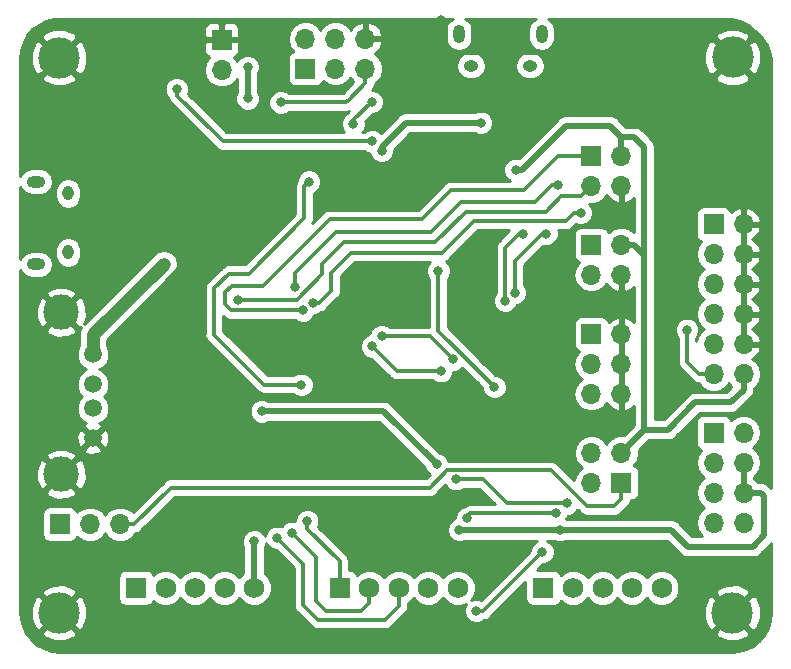
<source format=gbr>
G04 #@! TF.GenerationSoftware,KiCad,Pcbnew,5.0.2-bee76a0~70~ubuntu16.04.1*
G04 #@! TF.CreationDate,2019-01-15T14:46:21+00:00*
G04 #@! TF.ProjectId,sangaboard_v0.3,73616e67-6162-46f6-9172-645f76302e33,0.3*
G04 #@! TF.SameCoordinates,Original*
G04 #@! TF.FileFunction,Copper,L2,Bot*
G04 #@! TF.FilePolarity,Positive*
%FSLAX46Y46*%
G04 Gerber Fmt 4.6, Leading zero omitted, Abs format (unit mm)*
G04 Created by KiCad (PCBNEW 5.0.2-bee76a0~70~ubuntu16.04.1) date Tue 15 Jan 2019 14:46:21 GMT*
%MOMM*%
%LPD*%
G01*
G04 APERTURE LIST*
G04 #@! TA.AperFunction,ComponentPad*
%ADD10C,1.750000*%
G04 #@! TD*
G04 #@! TA.AperFunction,ComponentPad*
%ADD11R,1.750000X1.750000*%
G04 #@! TD*
G04 #@! TA.AperFunction,ComponentPad*
%ADD12O,0.950000X1.250000*%
G04 #@! TD*
G04 #@! TA.AperFunction,ComponentPad*
%ADD13O,1.550000X1.000000*%
G04 #@! TD*
G04 #@! TA.AperFunction,ComponentPad*
%ADD14C,3.000000*%
G04 #@! TD*
G04 #@! TA.AperFunction,ComponentPad*
%ADD15C,1.500000*%
G04 #@! TD*
G04 #@! TA.AperFunction,ComponentPad*
%ADD16O,1.700000X1.700000*%
G04 #@! TD*
G04 #@! TA.AperFunction,ComponentPad*
%ADD17R,1.700000X1.700000*%
G04 #@! TD*
G04 #@! TA.AperFunction,ComponentPad*
%ADD18O,1.000000X1.550000*%
G04 #@! TD*
G04 #@! TA.AperFunction,ComponentPad*
%ADD19O,1.250000X0.950000*%
G04 #@! TD*
G04 #@! TA.AperFunction,ComponentPad*
%ADD20C,3.500000*%
G04 #@! TD*
G04 #@! TA.AperFunction,ViaPad*
%ADD21C,0.800000*%
G04 #@! TD*
G04 #@! TA.AperFunction,Conductor*
%ADD22C,0.300000*%
G04 #@! TD*
G04 #@! TA.AperFunction,Conductor*
%ADD23C,0.530000*%
G04 #@! TD*
G04 #@! TA.AperFunction,Conductor*
%ADD24C,1.060000*%
G04 #@! TD*
G04 #@! TA.AperFunction,Conductor*
%ADD25C,0.254000*%
G04 #@! TD*
G04 APERTURE END LIST*
D10*
G04 #@! TO.P,J12,5*
G04 #@! TO.N,Net-(F2-Pad1)*
X120500000Y-93900000D03*
G04 #@! TO.P,J12,4*
G04 #@! TO.N,X_COIL4*
X118000000Y-93900000D03*
G04 #@! TO.P,J12,3*
G04 #@! TO.N,X_COIL3*
X115500000Y-93900000D03*
G04 #@! TO.P,J12,2*
G04 #@! TO.N,X_COIL2*
X113000000Y-93900000D03*
D11*
G04 #@! TO.P,J12,1*
G04 #@! TO.N,X_COIL1*
X110500000Y-93900000D03*
G04 #@! TD*
D10*
G04 #@! TO.P,J13,5*
G04 #@! TO.N,Net-(F3-Pad1)*
X137750000Y-93900000D03*
G04 #@! TO.P,J13,4*
G04 #@! TO.N,Y_COIL4*
X135250000Y-93900000D03*
G04 #@! TO.P,J13,3*
G04 #@! TO.N,Y_COIL3*
X132750000Y-93900000D03*
G04 #@! TO.P,J13,2*
G04 #@! TO.N,Y_COIL2*
X130250000Y-93900000D03*
D11*
G04 #@! TO.P,J13,1*
G04 #@! TO.N,Y_COIL1*
X127750000Y-93900000D03*
G04 #@! TD*
G04 #@! TO.P,J14,1*
G04 #@! TO.N,Z_COIL1*
X145000000Y-93900000D03*
D10*
G04 #@! TO.P,J14,2*
G04 #@! TO.N,Z_COIL2*
X147500000Y-93900000D03*
G04 #@! TO.P,J14,3*
G04 #@! TO.N,Z_COIL3*
X150000000Y-93900000D03*
G04 #@! TO.P,J14,4*
G04 #@! TO.N,Z_COIL4*
X152500000Y-93900000D03*
G04 #@! TO.P,J14,5*
G04 #@! TO.N,Net-(F4-Pad1)*
X155000000Y-93900000D03*
G04 #@! TD*
D12*
G04 #@! TO.P,J1,6*
G04 #@! TO.N,Net-(J1-Pad5)*
X104750000Y-60500000D03*
X104750000Y-65500000D03*
D13*
X102050000Y-59500000D03*
X102050000Y-66500000D03*
G04 #@! TD*
D14*
G04 #@! TO.P,J2,5*
G04 #@! TO.N,GND*
X104180000Y-70560000D03*
X104180000Y-84280000D03*
D15*
G04 #@! TO.P,J2,1*
G04 #@! TO.N,PWR_OUT*
X106850000Y-74120000D03*
G04 #@! TO.P,J2,2*
G04 #@! TO.N,Net-(J2-Pad2)*
X106850000Y-76660000D03*
G04 #@! TO.P,J2,3*
G04 #@! TO.N,Net-(J2-Pad3)*
X106850000Y-78690000D03*
G04 #@! TO.P,J2,4*
G04 #@! TO.N,GND*
X106850000Y-81230000D03*
G04 #@! TD*
D16*
G04 #@! TO.P,J3,6*
G04 #@! TO.N,GND*
X151590000Y-77480000D03*
G04 #@! TO.P,J3,5*
G04 #@! TO.N,A0*
X149050000Y-77480000D03*
G04 #@! TO.P,J3,4*
G04 #@! TO.N,GND*
X151590000Y-74940000D03*
G04 #@! TO.P,J3,3*
G04 #@! TO.N,A1*
X149050000Y-74940000D03*
G04 #@! TO.P,J3,2*
G04 #@! TO.N,GND*
X151590000Y-72400000D03*
D17*
G04 #@! TO.P,J3,1*
G04 #@! TO.N,A2*
X149050000Y-72400000D03*
G04 #@! TD*
D16*
G04 #@! TO.P,J4,4*
G04 #@! TO.N,GND*
X151590000Y-59890000D03*
G04 #@! TO.P,J4,3*
G04 #@! TO.N,D3*
X149050000Y-59890000D03*
G04 #@! TO.P,J4,2*
G04 #@! TO.N,VCC*
X151590000Y-57350000D03*
D17*
G04 #@! TO.P,J4,1*
G04 #@! TO.N,D2*
X149050000Y-57350000D03*
G04 #@! TD*
G04 #@! TO.P,J5,1*
G04 #@! TO.N,D1*
X149050000Y-64850000D03*
D16*
G04 #@! TO.P,J5,2*
G04 #@! TO.N,VCC*
X151590000Y-64850000D03*
G04 #@! TO.P,J5,3*
G04 #@! TO.N,D0*
X149050000Y-67390000D03*
G04 #@! TO.P,J5,4*
G04 #@! TO.N,GND*
X151590000Y-67390000D03*
G04 #@! TD*
G04 #@! TO.P,J6,12*
G04 #@! TO.N,VCC*
X161940000Y-75800000D03*
G04 #@! TO.P,J6,11*
G04 #@! TO.N,AREF*
X159400000Y-75800000D03*
G04 #@! TO.P,J6,10*
G04 #@! TO.N,GND*
X161940000Y-73260000D03*
G04 #@! TO.P,J6,9*
G04 #@! TO.N,A3*
X159400000Y-73260000D03*
G04 #@! TO.P,J6,8*
G04 #@! TO.N,GND*
X161940000Y-70720000D03*
G04 #@! TO.P,J6,7*
G04 #@! TO.N,D3*
X159400000Y-70720000D03*
G04 #@! TO.P,J6,6*
G04 #@! TO.N,GND*
X161940000Y-68180000D03*
G04 #@! TO.P,J6,5*
G04 #@! TO.N,D2*
X159400000Y-68180000D03*
G04 #@! TO.P,J6,4*
G04 #@! TO.N,GND*
X161940000Y-65640000D03*
G04 #@! TO.P,J6,3*
G04 #@! TO.N,D1*
X159400000Y-65640000D03*
G04 #@! TO.P,J6,2*
G04 #@! TO.N,GND*
X161940000Y-63100000D03*
D17*
G04 #@! TO.P,J6,1*
G04 #@! TO.N,D0*
X159400000Y-63100000D03*
G04 #@! TD*
D16*
G04 #@! TO.P,J7,3*
G04 #@! TO.N,A3*
X109140000Y-88500000D03*
G04 #@! TO.P,J7,2*
G04 #@! TO.N,Net-(D10-Pad3)*
X106600000Y-88500000D03*
D17*
G04 #@! TO.P,J7,1*
G04 #@! TO.N,Net-(D10-Pad4)*
X104060000Y-88500000D03*
G04 #@! TD*
D16*
G04 #@! TO.P,J8,4*
G04 #@! TO.N,Net-(J8-Pad4)*
X149060000Y-82450000D03*
G04 #@! TO.P,J8,3*
G04 #@! TO.N,VCC*
X151600000Y-82450000D03*
G04 #@! TO.P,J8,2*
G04 #@! TO.N,Net-(J8-Pad2)*
X149060000Y-84990000D03*
D17*
G04 #@! TO.P,J8,1*
G04 #@! TO.N,A3*
X151600000Y-84990000D03*
G04 #@! TD*
D16*
G04 #@! TO.P,J9,8*
G04 #@! TO.N,Net-(J9-Pad7)*
X161940000Y-88370000D03*
G04 #@! TO.P,J9,7*
X159400000Y-88370000D03*
G04 #@! TO.P,J9,6*
G04 #@! TO.N,MOT_PWR*
X161940000Y-85830000D03*
G04 #@! TO.P,J9,5*
G04 #@! TO.N,AUX_1*
X159400000Y-85830000D03*
G04 #@! TO.P,J9,4*
G04 #@! TO.N,MOT_PWR*
X161940000Y-83290000D03*
G04 #@! TO.P,J9,3*
G04 #@! TO.N,AUX_2*
X159400000Y-83290000D03*
G04 #@! TO.P,J9,2*
G04 #@! TO.N,Net-(J9-Pad1)*
X161940000Y-80750000D03*
D17*
G04 #@! TO.P,J9,1*
X159400000Y-80750000D03*
G04 #@! TD*
G04 #@! TO.P,J10,1*
G04 #@! TO.N,MISO*
X124850000Y-49950000D03*
D16*
G04 #@! TO.P,J10,2*
G04 #@! TO.N,VCC*
X124850000Y-47410000D03*
G04 #@! TO.P,J10,3*
G04 #@! TO.N,SCK*
X127390000Y-49950000D03*
G04 #@! TO.P,J10,4*
G04 #@! TO.N,MOSI*
X127390000Y-47410000D03*
G04 #@! TO.P,J10,5*
G04 #@! TO.N,~RST*
X129930000Y-49950000D03*
G04 #@! TO.P,J10,6*
G04 #@! TO.N,GND*
X129930000Y-47410000D03*
G04 #@! TD*
D18*
G04 #@! TO.P,J11,6*
G04 #@! TO.N,Net-(J11-Pad5)*
X137850000Y-47000000D03*
X144850000Y-47000000D03*
D19*
X138850000Y-49700000D03*
X143850000Y-49700000D03*
G04 #@! TD*
D20*
G04 #@! TO.P,MH1,1*
G04 #@! TO.N,GND*
X104000000Y-49000000D03*
G04 #@! TD*
G04 #@! TO.P,MH2,1*
G04 #@! TO.N,GND*
X161010000Y-48990000D03*
G04 #@! TD*
G04 #@! TO.P,MH3,1*
G04 #@! TO.N,GND*
X104000000Y-96000000D03*
G04 #@! TD*
G04 #@! TO.P,MH4,1*
G04 #@! TO.N,GND*
X161000000Y-96000000D03*
G04 #@! TD*
D16*
G04 #@! TO.P,~RST1,2*
G04 #@! TO.N,~RST*
X117770000Y-50040000D03*
D17*
G04 #@! TO.P,~RST1,1*
G04 #@! TO.N,GND*
X117770000Y-47500000D03*
G04 #@! TD*
D21*
G04 #@! TO.N,AREF*
X157150000Y-72050000D03*
G04 #@! TO.N,GND*
X139800000Y-73300000D03*
X137850000Y-76850000D03*
X122600000Y-83450000D03*
X110400000Y-73800000D03*
X112900000Y-63950000D03*
X140700000Y-58450000D03*
X124700000Y-72850000D03*
X132900000Y-57300000D03*
X141000000Y-55350000D03*
X122900000Y-61050000D03*
X136300000Y-45850000D03*
X122450000Y-50300000D03*
X118970000Y-57560000D03*
X117770000Y-66500000D03*
X154300000Y-51200000D03*
X106200000Y-53300000D03*
X133200000Y-50900000D03*
G04 #@! TO.N,VCC*
X119950000Y-49800000D03*
X119950000Y-52450000D03*
X142650000Y-58500000D03*
G04 #@! TO.N,VBUS*
X131300000Y-56900000D03*
X139700000Y-54520000D03*
G04 #@! TO.N,MOT_PWR*
X121150000Y-78950000D03*
X121150000Y-78950000D03*
X135950000Y-83450000D03*
X146400000Y-89000000D03*
X137850000Y-89000000D03*
G04 #@! TO.N,PWR_OUT*
X112840000Y-66450000D03*
G04 #@! TO.N,~RST*
X122750000Y-52800000D03*
G04 #@! TO.N,RX_LED*
X130500000Y-56100000D03*
X130500000Y-56100000D03*
X113950000Y-51650000D03*
G04 #@! TO.N,Net-(F2-Pad1)*
X120500000Y-89950000D03*
G04 #@! TO.N,D2*
X124650000Y-70400000D03*
G04 #@! TO.N,D3*
X119150000Y-69500000D03*
G04 #@! TO.N,D0*
X123960000Y-68420000D03*
X146250000Y-59800000D03*
G04 #@! TO.N,D1*
X125450000Y-69800000D03*
X125450000Y-69800000D03*
X148150000Y-62150000D03*
G04 #@! TO.N,AUX_2*
X147000000Y-86750000D03*
X137600000Y-84700000D03*
G04 #@! TO.N,AUX_1*
X146030000Y-87600000D03*
X138540000Y-87990000D03*
G04 #@! TO.N,MOSI*
X128900000Y-54600000D03*
X130450000Y-52750000D03*
G04 #@! TO.N,Y_COIL4*
X144900000Y-90850000D03*
X139300000Y-95850000D03*
G04 #@! TO.N,Y_COIL3*
X122460000Y-89660000D03*
G04 #@! TO.N,Y_COIL2*
X123730000Y-89230000D03*
G04 #@! TO.N,Y_COIL1*
X125000000Y-88250000D03*
G04 #@! TO.N,D11*
X125150000Y-59500000D03*
X124500000Y-76700000D03*
G04 #@! TO.N,A4*
X141750000Y-69600000D03*
X143300000Y-63900000D03*
G04 #@! TO.N,A5*
X145250000Y-63900000D03*
X142600000Y-68900000D03*
G04 #@! TO.N,D7*
X140850000Y-76900000D03*
X136100000Y-67050000D03*
G04 #@! TO.N,D6_A7*
X131300000Y-72570000D03*
X137350000Y-74550000D03*
G04 #@! TO.N,D12_A11*
X136300000Y-75550000D03*
X130500000Y-73450000D03*
G04 #@! TD*
D22*
G04 #@! TO.N,AREF*
X157150000Y-72615685D02*
X157150000Y-72050000D01*
X157150000Y-74752081D02*
X157150000Y-72615685D01*
X158197919Y-75800000D02*
X157150000Y-74752081D01*
X159400000Y-75800000D02*
X158197919Y-75800000D01*
D23*
G04 #@! TO.N,VCC*
X119950000Y-52450000D02*
X119950000Y-49800000D01*
X152700000Y-64850000D02*
X151590000Y-64850000D01*
X153550000Y-65700000D02*
X152700000Y-64850000D01*
X151600000Y-82450000D02*
X153550000Y-80500000D01*
X151590000Y-55740000D02*
X151590000Y-57350000D01*
X150650000Y-54800000D02*
X151590000Y-55740000D01*
X151590000Y-55740000D02*
X152690000Y-55740000D01*
X153550000Y-56600000D02*
X152690000Y-55740000D01*
X153550000Y-66100000D02*
X153550000Y-56600000D01*
X153550000Y-66100000D02*
X153550000Y-65700000D01*
X153550000Y-80500000D02*
X153550000Y-66100000D01*
X146915685Y-54800000D02*
X149300000Y-54800000D01*
X143215685Y-58500000D02*
X146915685Y-54800000D01*
X142650000Y-58500000D02*
X143215685Y-58500000D01*
X148200000Y-54800000D02*
X149300000Y-54800000D01*
X149300000Y-54800000D02*
X150650000Y-54800000D01*
X161940000Y-77110000D02*
X161940000Y-75800000D01*
X160850000Y-78200000D02*
X161940000Y-77110000D01*
X157850000Y-78200000D02*
X160850000Y-78200000D01*
X153550000Y-80500000D02*
X155550000Y-80500000D01*
X155550000Y-80500000D02*
X157850000Y-78200000D01*
G04 #@! TO.N,VBUS*
X139134315Y-54520000D02*
X139700000Y-54520000D01*
X133360202Y-54520000D02*
X139134315Y-54520000D01*
X131300000Y-56580202D02*
X133360202Y-54520000D01*
X131300000Y-56900000D02*
X131300000Y-56580202D01*
G04 #@! TO.N,MOT_PWR*
X131450000Y-78950000D02*
X135950000Y-83450000D01*
X121150000Y-78950000D02*
X131450000Y-78950000D01*
X137850000Y-89000000D02*
X139750000Y-89000000D01*
X146400000Y-89000000D02*
X139750000Y-89000000D01*
X139750000Y-89000000D02*
X138395000Y-89000000D01*
X161940000Y-83290000D02*
X161940000Y-85830000D01*
X146400000Y-89000000D02*
X155800000Y-89000000D01*
X155800000Y-89000000D02*
X157200000Y-90400000D01*
X157200000Y-90400000D02*
X162750000Y-90400000D01*
X162750000Y-90400000D02*
X163700000Y-89450000D01*
X163700000Y-89450000D02*
X163700000Y-86150000D01*
X163380000Y-85830000D02*
X161940000Y-85830000D01*
X163700000Y-86150000D02*
X163380000Y-85830000D01*
D24*
G04 #@! TO.N,PWR_OUT*
X106850000Y-72440000D02*
X112840000Y-66450000D01*
X106850000Y-74110000D02*
X106850000Y-72440000D01*
D22*
G04 #@! TO.N,~RST*
X129930000Y-49950000D02*
X129930000Y-51152081D01*
X128282081Y-52800000D02*
X128500000Y-52582081D01*
X122750000Y-52800000D02*
X128282081Y-52800000D01*
X129930000Y-51152081D02*
X128500000Y-52582081D01*
X128500000Y-52582081D02*
X128382081Y-52700000D01*
G04 #@! TO.N,RX_LED*
X113950000Y-51650000D02*
X113950000Y-52215685D01*
X117834315Y-56100000D02*
X117234315Y-55500000D01*
X130500000Y-56100000D02*
X117834315Y-56100000D01*
X113950000Y-52215685D02*
X117234315Y-55500000D01*
D23*
G04 #@! TO.N,Net-(F2-Pad1)*
X120500000Y-89950000D02*
X120500000Y-93900000D01*
D22*
G04 #@! TO.N,D2*
X124084315Y-70400000D02*
X124650000Y-70400000D01*
X118550000Y-70400000D02*
X124084315Y-70400000D01*
X118050000Y-68850000D02*
X118050000Y-69900000D01*
X118600000Y-68300000D02*
X118050000Y-68850000D01*
X121250000Y-68300000D02*
X118600000Y-68300000D01*
X149050000Y-57350000D02*
X146200000Y-57350000D01*
X118050000Y-69900000D02*
X118550000Y-70400000D01*
X146200000Y-57350000D02*
X143350000Y-60200000D01*
X143350000Y-60200000D02*
X137150000Y-60200000D01*
X137150000Y-60200000D02*
X134700000Y-62650000D01*
X134700000Y-62650000D02*
X126900000Y-62650000D01*
X126900000Y-62650000D02*
X121250000Y-68300000D01*
G04 #@! TO.N,D3*
X119150000Y-69500000D02*
X124100000Y-69500000D01*
X124100000Y-69500000D02*
X126250000Y-67350000D01*
X148200001Y-60739999D02*
X146510001Y-60739999D01*
X149050000Y-59890000D02*
X148200001Y-60739999D01*
X146510001Y-60739999D02*
X145200000Y-62050000D01*
X145200000Y-62050000D02*
X138400000Y-62050000D01*
X138400000Y-62050000D02*
X135850000Y-64600000D01*
X128100000Y-64600000D02*
X126250000Y-66450000D01*
X135850000Y-64600000D02*
X128100000Y-64600000D01*
X126250000Y-67350000D02*
X126250000Y-66450000D01*
G04 #@! TO.N,D0*
X127450000Y-63750000D02*
X135500000Y-63750000D01*
X135500000Y-63750000D02*
X138050000Y-61200000D01*
X145684315Y-59800000D02*
X146250000Y-59800000D01*
X138050000Y-61200000D02*
X144284315Y-61200000D01*
X144284315Y-61200000D02*
X145684315Y-59800000D01*
X124050000Y-67150000D02*
X124200000Y-67000000D01*
X124200000Y-67000000D02*
X127450000Y-63750000D01*
X123960000Y-67240000D02*
X123960000Y-68420000D01*
X124200000Y-67000000D02*
X123960000Y-67240000D01*
G04 #@! TO.N,D1*
X126015685Y-69800000D02*
X127050000Y-68765685D01*
X125450000Y-69800000D02*
X126015685Y-69800000D01*
X147584315Y-62150000D02*
X146884315Y-62850000D01*
X148150000Y-62150000D02*
X147584315Y-62150000D01*
X146884315Y-62850000D02*
X139100000Y-62850000D01*
X139100000Y-62850000D02*
X136400000Y-65550000D01*
X128700000Y-65550000D02*
X127050000Y-67200000D01*
X136400000Y-65550000D02*
X128700000Y-65550000D01*
X127050000Y-68765685D02*
X127050000Y-67200000D01*
G04 #@! TO.N,A3*
X110342081Y-88500000D02*
X113442081Y-85400000D01*
X109140000Y-88500000D02*
X110342081Y-88500000D01*
X113442081Y-85400000D02*
X135400000Y-85400000D01*
X136850001Y-83949999D02*
X145649999Y-83949999D01*
X135400000Y-85400000D02*
X136850001Y-83949999D01*
X145649999Y-83949999D02*
X148700000Y-87000000D01*
X148700000Y-87000000D02*
X151000000Y-87000000D01*
X151600000Y-86400000D02*
X151600000Y-84990000D01*
X151000000Y-87000000D02*
X151600000Y-86400000D01*
G04 #@! TO.N,AUX_2*
X139900000Y-84700000D02*
X137600000Y-84700000D01*
X141950000Y-86750000D02*
X139900000Y-84700000D01*
X147000000Y-86750000D02*
X141950000Y-86750000D01*
G04 #@! TO.N,AUX_1*
X138540000Y-87990000D02*
X138540000Y-87850000D01*
X138790000Y-87600000D02*
X139820000Y-87600000D01*
X138540000Y-87850000D02*
X138790000Y-87600000D01*
X139450000Y-87600000D02*
X139820000Y-87600000D01*
X139820000Y-87600000D02*
X146030000Y-87600000D01*
G04 #@! TO.N,MOSI*
X128900000Y-54300000D02*
X130450000Y-52750000D01*
X128900000Y-54600000D02*
X128900000Y-54300000D01*
G04 #@! TO.N,Y_COIL4*
X139900000Y-95850000D02*
X144900000Y-90850000D01*
X139300000Y-95850000D02*
X139900000Y-95850000D01*
G04 #@! TO.N,Y_COIL3*
X122460000Y-89660000D02*
X124650000Y-91850000D01*
X124650000Y-91850000D02*
X124650000Y-95350000D01*
X124650000Y-95350000D02*
X125900000Y-96600000D01*
X125900000Y-96600000D02*
X131600000Y-96600000D01*
X132750000Y-95450000D02*
X132750000Y-93900000D01*
X131600000Y-96600000D02*
X132750000Y-95450000D01*
G04 #@! TO.N,Y_COIL2*
X123730000Y-89230000D02*
X125750000Y-91250000D01*
X125750000Y-91250000D02*
X125750000Y-95050000D01*
X125750000Y-95050000D02*
X126550000Y-95850000D01*
X129537436Y-95850000D02*
X129100000Y-95850000D01*
X130250000Y-95137436D02*
X129537436Y-95850000D01*
X130250000Y-93900000D02*
X130250000Y-95137436D01*
X126550000Y-95850000D02*
X129100000Y-95850000D01*
G04 #@! TO.N,Y_COIL1*
X125000000Y-88250000D02*
X125000000Y-88900000D01*
X127750000Y-91650000D02*
X127750000Y-93900000D01*
X125000000Y-88900000D02*
X127750000Y-91650000D01*
G04 #@! TO.N,Z_COIL1*
X145000000Y-93900000D02*
X144950000Y-93900000D01*
G04 #@! TO.N,D11*
X121349980Y-76700000D02*
X124500000Y-76700000D01*
X117100000Y-72450020D02*
X121349980Y-76700000D01*
X125150000Y-59500000D02*
X124750001Y-59899999D01*
X124750001Y-59899999D02*
X124750001Y-62599999D01*
X120050000Y-67300000D02*
X118350000Y-67300000D01*
X118350000Y-67300000D02*
X117100000Y-68550000D01*
X124750001Y-62599999D02*
X120050000Y-67300000D01*
X117100000Y-68550000D02*
X117100000Y-72450020D01*
G04 #@! TO.N,A4*
X141750000Y-65100000D02*
X141750000Y-69600000D01*
X142950000Y-63900000D02*
X141750000Y-65100000D01*
G04 #@! TO.N,A5*
X142600000Y-68900000D02*
X142600000Y-66200000D01*
X143350000Y-65450000D02*
X143950000Y-64850000D01*
X142600000Y-66200000D02*
X143350000Y-65450000D01*
X144900000Y-63900000D02*
X145250000Y-63900000D01*
X143350000Y-65450000D02*
X144900000Y-63900000D01*
G04 #@! TO.N,D7*
X140850000Y-76900000D02*
X139075000Y-75125000D01*
X140450001Y-76500001D02*
X140850000Y-76900000D01*
X136100000Y-72150000D02*
X140450001Y-76500001D01*
X136100000Y-67050000D02*
X136100000Y-72150000D01*
G04 #@! TO.N,D6_A7*
X135370000Y-72570000D02*
X137350000Y-74550000D01*
X131300000Y-72570000D02*
X135370000Y-72570000D01*
G04 #@! TO.N,D12_A11*
X132600000Y-75550000D02*
X130500000Y-73450000D01*
X136300000Y-75550000D02*
X132600000Y-75550000D01*
G04 #@! TD*
D25*
G04 #@! TO.N,GND*
G36*
X137031712Y-45906711D02*
X136780854Y-46282145D01*
X136715000Y-46613217D01*
X136715000Y-47386782D01*
X136780854Y-47717854D01*
X137031711Y-48093289D01*
X137407145Y-48344146D01*
X137850000Y-48432235D01*
X138292854Y-48344146D01*
X138668289Y-48093289D01*
X138919146Y-47717855D01*
X138985000Y-47386783D01*
X138985000Y-46613218D01*
X138919146Y-46282146D01*
X138668289Y-45906711D01*
X138373890Y-45710000D01*
X144326111Y-45710000D01*
X144031712Y-45906711D01*
X143780854Y-46282145D01*
X143715000Y-46613217D01*
X143715000Y-47386782D01*
X143780854Y-47717854D01*
X144031711Y-48093289D01*
X144407145Y-48344146D01*
X144850000Y-48432235D01*
X145292854Y-48344146D01*
X145668289Y-48093289D01*
X145919146Y-47717855D01*
X145985000Y-47386783D01*
X145985000Y-47295472D01*
X159495077Y-47295472D01*
X161010000Y-48810395D01*
X162524923Y-47295472D01*
X162334636Y-46950729D01*
X161453409Y-46599044D01*
X160504677Y-46611359D01*
X159685364Y-46950729D01*
X159495077Y-47295472D01*
X145985000Y-47295472D01*
X145985000Y-46613218D01*
X145919146Y-46282146D01*
X145668289Y-45906711D01*
X145373890Y-45710000D01*
X160897622Y-45710000D01*
X161608252Y-45919284D01*
X162305469Y-46268574D01*
X162929811Y-46735812D01*
X163461543Y-47306221D01*
X163883864Y-47961785D01*
X164188235Y-48693348D01*
X164290000Y-49089697D01*
X164290001Y-85461805D01*
X164273712Y-85450921D01*
X164079079Y-85256288D01*
X164028864Y-85181136D01*
X163731163Y-84982219D01*
X163468642Y-84930000D01*
X163468641Y-84930000D01*
X163380000Y-84912368D01*
X163291359Y-84930000D01*
X163124633Y-84930000D01*
X163010625Y-84759375D01*
X162840000Y-84645367D01*
X162840000Y-84474633D01*
X163010625Y-84360625D01*
X163338839Y-83869418D01*
X163454092Y-83290000D01*
X163338839Y-82710582D01*
X163010625Y-82219375D01*
X162712239Y-82020000D01*
X163010625Y-81820625D01*
X163338839Y-81329418D01*
X163454092Y-80750000D01*
X163338839Y-80170582D01*
X163010625Y-79679375D01*
X162519418Y-79351161D01*
X162086256Y-79265000D01*
X161793744Y-79265000D01*
X161360582Y-79351161D01*
X160869375Y-79679375D01*
X160857184Y-79697619D01*
X160848157Y-79652235D01*
X160707809Y-79442191D01*
X160497765Y-79301843D01*
X160250000Y-79252560D01*
X158550000Y-79252560D01*
X158302235Y-79301843D01*
X158092191Y-79442191D01*
X157951843Y-79652235D01*
X157902560Y-79900000D01*
X157902560Y-81600000D01*
X157951843Y-81847765D01*
X158092191Y-82057809D01*
X158302235Y-82198157D01*
X158347619Y-82207184D01*
X158329375Y-82219375D01*
X158001161Y-82710582D01*
X157885908Y-83290000D01*
X158001161Y-83869418D01*
X158329375Y-84360625D01*
X158627761Y-84560000D01*
X158329375Y-84759375D01*
X158001161Y-85250582D01*
X157885908Y-85830000D01*
X158001161Y-86409418D01*
X158329375Y-86900625D01*
X158627761Y-87100000D01*
X158329375Y-87299375D01*
X158001161Y-87790582D01*
X157885908Y-88370000D01*
X158001161Y-88949418D01*
X158329375Y-89440625D01*
X158418236Y-89500000D01*
X157572792Y-89500000D01*
X156499078Y-88426287D01*
X156448864Y-88351136D01*
X156151163Y-88152219D01*
X155888642Y-88100000D01*
X155888641Y-88100000D01*
X155800000Y-88082368D01*
X155711359Y-88100000D01*
X146943169Y-88100000D01*
X147065000Y-87805874D01*
X147065000Y-87785000D01*
X147205874Y-87785000D01*
X147586280Y-87627431D01*
X147877431Y-87336280D01*
X147891693Y-87301850D01*
X148090251Y-87500408D01*
X148134047Y-87565953D01*
X148393708Y-87739454D01*
X148622684Y-87785000D01*
X148622688Y-87785000D01*
X148700000Y-87800378D01*
X148777312Y-87785000D01*
X150922688Y-87785000D01*
X151000000Y-87800378D01*
X151077312Y-87785000D01*
X151077316Y-87785000D01*
X151306292Y-87739454D01*
X151565953Y-87565953D01*
X151609749Y-87500408D01*
X152100411Y-87009747D01*
X152165953Y-86965953D01*
X152209747Y-86900411D01*
X152209749Y-86900409D01*
X152266817Y-86815000D01*
X152339454Y-86706292D01*
X152382986Y-86487440D01*
X152450000Y-86487440D01*
X152697765Y-86438157D01*
X152907809Y-86297809D01*
X153048157Y-86087765D01*
X153097440Y-85840000D01*
X153097440Y-84140000D01*
X153048157Y-83892235D01*
X152907809Y-83682191D01*
X152697765Y-83541843D01*
X152652381Y-83532816D01*
X152670625Y-83520625D01*
X152998839Y-83029418D01*
X153114092Y-82450000D01*
X153074058Y-82248734D01*
X153922793Y-81400000D01*
X155461359Y-81400000D01*
X155550000Y-81417632D01*
X155638641Y-81400000D01*
X155638642Y-81400000D01*
X155901163Y-81347781D01*
X156198864Y-81148864D01*
X156249078Y-81073713D01*
X158222792Y-79100000D01*
X160761359Y-79100000D01*
X160850000Y-79117632D01*
X160938641Y-79100000D01*
X160938642Y-79100000D01*
X161201163Y-79047781D01*
X161498864Y-78848864D01*
X161549078Y-78773713D01*
X162513716Y-77809076D01*
X162588864Y-77758864D01*
X162787781Y-77461163D01*
X162840000Y-77198642D01*
X162840000Y-77198641D01*
X162857632Y-77110000D01*
X162840000Y-77021359D01*
X162840000Y-76984633D01*
X163010625Y-76870625D01*
X163338839Y-76379418D01*
X163454092Y-75800000D01*
X163338839Y-75220582D01*
X163010625Y-74729375D01*
X162691522Y-74516157D01*
X162821358Y-74455183D01*
X163211645Y-74026924D01*
X163381476Y-73616890D01*
X163260155Y-73387000D01*
X162067000Y-73387000D01*
X162067000Y-73407000D01*
X161813000Y-73407000D01*
X161813000Y-73387000D01*
X161793000Y-73387000D01*
X161793000Y-73133000D01*
X161813000Y-73133000D01*
X161813000Y-70847000D01*
X162067000Y-70847000D01*
X162067000Y-73133000D01*
X163260155Y-73133000D01*
X163381476Y-72903110D01*
X163211645Y-72493076D01*
X162821358Y-72064817D01*
X162662046Y-71990000D01*
X162821358Y-71915183D01*
X163211645Y-71486924D01*
X163381476Y-71076890D01*
X163260155Y-70847000D01*
X162067000Y-70847000D01*
X161813000Y-70847000D01*
X161793000Y-70847000D01*
X161793000Y-70593000D01*
X161813000Y-70593000D01*
X161813000Y-68307000D01*
X162067000Y-68307000D01*
X162067000Y-70593000D01*
X163260155Y-70593000D01*
X163381476Y-70363110D01*
X163211645Y-69953076D01*
X162821358Y-69524817D01*
X162662046Y-69450000D01*
X162821358Y-69375183D01*
X163211645Y-68946924D01*
X163381476Y-68536890D01*
X163260155Y-68307000D01*
X162067000Y-68307000D01*
X161813000Y-68307000D01*
X161793000Y-68307000D01*
X161793000Y-68053000D01*
X161813000Y-68053000D01*
X161813000Y-65767000D01*
X162067000Y-65767000D01*
X162067000Y-68053000D01*
X163260155Y-68053000D01*
X163381476Y-67823110D01*
X163211645Y-67413076D01*
X162821358Y-66984817D01*
X162662046Y-66910000D01*
X162821358Y-66835183D01*
X163211645Y-66406924D01*
X163381476Y-65996890D01*
X163260155Y-65767000D01*
X162067000Y-65767000D01*
X161813000Y-65767000D01*
X161793000Y-65767000D01*
X161793000Y-65513000D01*
X161813000Y-65513000D01*
X161813000Y-63227000D01*
X162067000Y-63227000D01*
X162067000Y-65513000D01*
X163260155Y-65513000D01*
X163381476Y-65283110D01*
X163211645Y-64873076D01*
X162821358Y-64444817D01*
X162662046Y-64370000D01*
X162821358Y-64295183D01*
X163211645Y-63866924D01*
X163381476Y-63456890D01*
X163260155Y-63227000D01*
X162067000Y-63227000D01*
X161813000Y-63227000D01*
X161793000Y-63227000D01*
X161793000Y-62973000D01*
X161813000Y-62973000D01*
X161813000Y-61779181D01*
X162067000Y-61779181D01*
X162067000Y-62973000D01*
X163260155Y-62973000D01*
X163381476Y-62743110D01*
X163211645Y-62333076D01*
X162821358Y-61904817D01*
X162296892Y-61658514D01*
X162067000Y-61779181D01*
X161813000Y-61779181D01*
X161583108Y-61658514D01*
X161058642Y-61904817D01*
X160869961Y-62111855D01*
X160848157Y-62002235D01*
X160707809Y-61792191D01*
X160497765Y-61651843D01*
X160250000Y-61602560D01*
X158550000Y-61602560D01*
X158302235Y-61651843D01*
X158092191Y-61792191D01*
X157951843Y-62002235D01*
X157902560Y-62250000D01*
X157902560Y-63950000D01*
X157951843Y-64197765D01*
X158092191Y-64407809D01*
X158302235Y-64548157D01*
X158347619Y-64557184D01*
X158329375Y-64569375D01*
X158001161Y-65060582D01*
X157885908Y-65640000D01*
X158001161Y-66219418D01*
X158329375Y-66710625D01*
X158627761Y-66910000D01*
X158329375Y-67109375D01*
X158001161Y-67600582D01*
X157885908Y-68180000D01*
X158001161Y-68759418D01*
X158329375Y-69250625D01*
X158627761Y-69450000D01*
X158329375Y-69649375D01*
X158001161Y-70140582D01*
X157885908Y-70720000D01*
X158001161Y-71299418D01*
X158329375Y-71790625D01*
X158627761Y-71990000D01*
X158329375Y-72189375D01*
X158001161Y-72680582D01*
X157935000Y-73013197D01*
X157935000Y-72728711D01*
X158027431Y-72636280D01*
X158185000Y-72255874D01*
X158185000Y-71844126D01*
X158027431Y-71463720D01*
X157736280Y-71172569D01*
X157355874Y-71015000D01*
X156944126Y-71015000D01*
X156563720Y-71172569D01*
X156272569Y-71463720D01*
X156115000Y-71844126D01*
X156115000Y-72255874D01*
X156272569Y-72636280D01*
X156365001Y-72728712D01*
X156365000Y-74674769D01*
X156349622Y-74752081D01*
X156365000Y-74829393D01*
X156365000Y-74829396D01*
X156389431Y-74952219D01*
X156410546Y-75058372D01*
X156527929Y-75234047D01*
X156584047Y-75318034D01*
X156649592Y-75361830D01*
X157588172Y-76300411D01*
X157631966Y-76365953D01*
X157697508Y-76409747D01*
X157697510Y-76409749D01*
X157772544Y-76459885D01*
X157891627Y-76539454D01*
X158120603Y-76585000D01*
X158120607Y-76585000D01*
X158141273Y-76589111D01*
X158329375Y-76870625D01*
X158820582Y-77198839D01*
X159253744Y-77285000D01*
X159546256Y-77285000D01*
X159979418Y-77198839D01*
X160470625Y-76870625D01*
X160670000Y-76572239D01*
X160869375Y-76870625D01*
X160891680Y-76885529D01*
X160477209Y-77300000D01*
X157938640Y-77300000D01*
X157849999Y-77282368D01*
X157498837Y-77352219D01*
X157201136Y-77551136D01*
X157150924Y-77626284D01*
X155177209Y-79600000D01*
X154450000Y-79600000D01*
X154450000Y-65788641D01*
X154467632Y-65700000D01*
X154450000Y-65611358D01*
X154450000Y-56688641D01*
X154467632Y-56600000D01*
X154397781Y-56248838D01*
X154397781Y-56248837D01*
X154198864Y-55951136D01*
X154123715Y-55900923D01*
X153389078Y-55166287D01*
X153338864Y-55091136D01*
X153041163Y-54892219D01*
X152778642Y-54840000D01*
X152778641Y-54840000D01*
X152690000Y-54822368D01*
X152601359Y-54840000D01*
X151962792Y-54840000D01*
X151349078Y-54226287D01*
X151298864Y-54151136D01*
X151001163Y-53952219D01*
X150738642Y-53900000D01*
X150738641Y-53900000D01*
X150650000Y-53882368D01*
X150561359Y-53900000D01*
X147004325Y-53900000D01*
X146915684Y-53882368D01*
X146827043Y-53900000D01*
X146564522Y-53952219D01*
X146266821Y-54151136D01*
X146216608Y-54226285D01*
X142942155Y-57500739D01*
X142855874Y-57465000D01*
X142444126Y-57465000D01*
X142063720Y-57622569D01*
X141772569Y-57913720D01*
X141615000Y-58294126D01*
X141615000Y-58705874D01*
X141772569Y-59086280D01*
X142063720Y-59377431D01*
X142154420Y-59415000D01*
X137227310Y-59415000D01*
X137149999Y-59399622D01*
X137072688Y-59415000D01*
X137072684Y-59415000D01*
X136843708Y-59460546D01*
X136735109Y-59533110D01*
X136649591Y-59590251D01*
X136649589Y-59590253D01*
X136584047Y-59634047D01*
X136540253Y-59699589D01*
X134374843Y-61865000D01*
X126977312Y-61865000D01*
X126900000Y-61849622D01*
X126822688Y-61865000D01*
X126822684Y-61865000D01*
X126593708Y-61910546D01*
X126334047Y-62084047D01*
X126290251Y-62149592D01*
X125400657Y-63039186D01*
X125411760Y-63022569D01*
X125489455Y-62906291D01*
X125535001Y-62677315D01*
X125535001Y-62677311D01*
X125550379Y-62600000D01*
X125535001Y-62522689D01*
X125535001Y-60460803D01*
X125736280Y-60377431D01*
X126027431Y-60086280D01*
X126185000Y-59705874D01*
X126185000Y-59294126D01*
X126027431Y-58913720D01*
X125736280Y-58622569D01*
X125355874Y-58465000D01*
X124944126Y-58465000D01*
X124563720Y-58622569D01*
X124272569Y-58913720D01*
X124115000Y-59294126D01*
X124115000Y-59437383D01*
X124039929Y-59549735D01*
X124010547Y-59593708D01*
X123965001Y-59822684D01*
X123965001Y-59822687D01*
X123949623Y-59899999D01*
X123965001Y-59977311D01*
X123965002Y-62274840D01*
X119724843Y-66515000D01*
X118427312Y-66515000D01*
X118350000Y-66499622D01*
X118272688Y-66515000D01*
X118272684Y-66515000D01*
X118043708Y-66560546D01*
X117849591Y-66690251D01*
X117849589Y-66690253D01*
X117784047Y-66734047D01*
X117740253Y-66799589D01*
X116599592Y-67940251D01*
X116534047Y-67984047D01*
X116360546Y-68243709D01*
X116315000Y-68472685D01*
X116315000Y-68472688D01*
X116299622Y-68550000D01*
X116315000Y-68627312D01*
X116315001Y-72372703D01*
X116299622Y-72450020D01*
X116360546Y-72756311D01*
X116490251Y-72950428D01*
X116490254Y-72950431D01*
X116534048Y-73015973D01*
X116599590Y-73059767D01*
X120740233Y-77200411D01*
X120784027Y-77265953D01*
X120849569Y-77309747D01*
X120849571Y-77309749D01*
X120913132Y-77352219D01*
X121043688Y-77439454D01*
X121272664Y-77485000D01*
X121272668Y-77485000D01*
X121349979Y-77500378D01*
X121427290Y-77485000D01*
X123821289Y-77485000D01*
X123913720Y-77577431D01*
X124294126Y-77735000D01*
X124705874Y-77735000D01*
X125086280Y-77577431D01*
X125377431Y-77286280D01*
X125535000Y-76905874D01*
X125535000Y-76494126D01*
X125377431Y-76113720D01*
X125086280Y-75822569D01*
X124705874Y-75665000D01*
X124294126Y-75665000D01*
X123913720Y-75822569D01*
X123821289Y-75915000D01*
X121675138Y-75915000D01*
X117885000Y-72124863D01*
X117885000Y-70845157D01*
X117940251Y-70900408D01*
X117984047Y-70965953D01*
X118243708Y-71139454D01*
X118472684Y-71185000D01*
X118472688Y-71185000D01*
X118550000Y-71200378D01*
X118627312Y-71185000D01*
X123971289Y-71185000D01*
X124063720Y-71277431D01*
X124444126Y-71435000D01*
X124855874Y-71435000D01*
X125236280Y-71277431D01*
X125527431Y-70986280D01*
X125590093Y-70835000D01*
X125655874Y-70835000D01*
X126036280Y-70677431D01*
X126137578Y-70576133D01*
X126321977Y-70539454D01*
X126581638Y-70365953D01*
X126625434Y-70300408D01*
X127550411Y-69375432D01*
X127615953Y-69331638D01*
X127659747Y-69266096D01*
X127659749Y-69266094D01*
X127760070Y-69115953D01*
X127789454Y-69071977D01*
X127835000Y-68843001D01*
X127835000Y-68842997D01*
X127850378Y-68765686D01*
X127835000Y-68688375D01*
X127835000Y-67525157D01*
X129025158Y-66335000D01*
X135351289Y-66335000D01*
X135222569Y-66463720D01*
X135065000Y-66844126D01*
X135065000Y-67255874D01*
X135222569Y-67636280D01*
X135315000Y-67728711D01*
X135315001Y-71780562D01*
X135292688Y-71785000D01*
X131978711Y-71785000D01*
X131886280Y-71692569D01*
X131505874Y-71535000D01*
X131094126Y-71535000D01*
X130713720Y-71692569D01*
X130422569Y-71983720D01*
X130265000Y-72364126D01*
X130265000Y-72427064D01*
X129913720Y-72572569D01*
X129622569Y-72863720D01*
X129465000Y-73244126D01*
X129465000Y-73655874D01*
X129622569Y-74036280D01*
X129913720Y-74327431D01*
X130294126Y-74485000D01*
X130424843Y-74485000D01*
X131990253Y-76050411D01*
X132034047Y-76115953D01*
X132099589Y-76159747D01*
X132099591Y-76159749D01*
X132159219Y-76199591D01*
X132293708Y-76289454D01*
X132522684Y-76335000D01*
X132522688Y-76335000D01*
X132599999Y-76350378D01*
X132677310Y-76335000D01*
X135621289Y-76335000D01*
X135713720Y-76427431D01*
X136094126Y-76585000D01*
X136505874Y-76585000D01*
X136886280Y-76427431D01*
X137177431Y-76136280D01*
X137335000Y-75755874D01*
X137335000Y-75585000D01*
X137555874Y-75585000D01*
X137936280Y-75427431D01*
X138101777Y-75261934D01*
X139424842Y-76585000D01*
X139815000Y-76975158D01*
X139815000Y-77105874D01*
X139972569Y-77486280D01*
X140263720Y-77777431D01*
X140644126Y-77935000D01*
X141055874Y-77935000D01*
X141436280Y-77777431D01*
X141727431Y-77486280D01*
X141885000Y-77105874D01*
X141885000Y-76694126D01*
X141727431Y-76313720D01*
X141436280Y-76022569D01*
X141055874Y-75865000D01*
X140925158Y-75865000D01*
X140546011Y-75485853D01*
X140000158Y-74940000D01*
X147535908Y-74940000D01*
X147651161Y-75519418D01*
X147979375Y-76010625D01*
X148277761Y-76210000D01*
X147979375Y-76409375D01*
X147651161Y-76900582D01*
X147535908Y-77480000D01*
X147651161Y-78059418D01*
X147979375Y-78550625D01*
X148470582Y-78878839D01*
X148903744Y-78965000D01*
X149196256Y-78965000D01*
X149629418Y-78878839D01*
X150120625Y-78550625D01*
X150321353Y-78250214D01*
X150708642Y-78675183D01*
X151233108Y-78921486D01*
X151463000Y-78800819D01*
X151463000Y-77607000D01*
X151443000Y-77607000D01*
X151443000Y-77353000D01*
X151463000Y-77353000D01*
X151463000Y-75067000D01*
X151443000Y-75067000D01*
X151443000Y-74813000D01*
X151463000Y-74813000D01*
X151463000Y-72527000D01*
X151443000Y-72527000D01*
X151443000Y-72273000D01*
X151463000Y-72273000D01*
X151463000Y-71079181D01*
X151233108Y-70958514D01*
X150708642Y-71204817D01*
X150519961Y-71411855D01*
X150498157Y-71302235D01*
X150357809Y-71092191D01*
X150147765Y-70951843D01*
X149900000Y-70902560D01*
X148200000Y-70902560D01*
X147952235Y-70951843D01*
X147742191Y-71092191D01*
X147601843Y-71302235D01*
X147552560Y-71550000D01*
X147552560Y-73250000D01*
X147601843Y-73497765D01*
X147742191Y-73707809D01*
X147952235Y-73848157D01*
X147997619Y-73857184D01*
X147979375Y-73869375D01*
X147651161Y-74360582D01*
X147535908Y-74940000D01*
X140000158Y-74940000D01*
X136885000Y-71824843D01*
X136885000Y-67728711D01*
X136977431Y-67636280D01*
X137135000Y-67255874D01*
X137135000Y-66844126D01*
X136977431Y-66463720D01*
X136764363Y-66250652D01*
X136965953Y-66115953D01*
X137009749Y-66050408D01*
X139425157Y-63635000D01*
X142104842Y-63635000D01*
X141249592Y-64490251D01*
X141184047Y-64534047D01*
X141140251Y-64599592D01*
X141139978Y-64600001D01*
X141010546Y-64793709D01*
X140965000Y-65022685D01*
X140965000Y-65022688D01*
X140949622Y-65100000D01*
X140965000Y-65177312D01*
X140965001Y-68921288D01*
X140872569Y-69013720D01*
X140715000Y-69394126D01*
X140715000Y-69805874D01*
X140872569Y-70186280D01*
X141163720Y-70477431D01*
X141544126Y-70635000D01*
X141955874Y-70635000D01*
X142336280Y-70477431D01*
X142627431Y-70186280D01*
X142731514Y-69935000D01*
X142805874Y-69935000D01*
X143186280Y-69777431D01*
X143477431Y-69486280D01*
X143635000Y-69105874D01*
X143635000Y-68694126D01*
X143477431Y-68313720D01*
X143385000Y-68221289D01*
X143385000Y-66525157D01*
X143959749Y-65950409D01*
X143959751Y-65950406D01*
X144200408Y-65709749D01*
X144559749Y-65350409D01*
X144559750Y-65350407D01*
X144995358Y-64914800D01*
X145044126Y-64935000D01*
X145455874Y-64935000D01*
X145836280Y-64777431D01*
X146127431Y-64486280D01*
X146285000Y-64105874D01*
X146285000Y-63694126D01*
X146260509Y-63635000D01*
X146807003Y-63635000D01*
X146884315Y-63650378D01*
X146961627Y-63635000D01*
X146961631Y-63635000D01*
X147190607Y-63589454D01*
X147450268Y-63415953D01*
X147494064Y-63350408D01*
X147742845Y-63101627D01*
X147944126Y-63185000D01*
X148355874Y-63185000D01*
X148736280Y-63027431D01*
X149027431Y-62736280D01*
X149185000Y-62355874D01*
X149185000Y-61944126D01*
X149027431Y-61563720D01*
X148822563Y-61358852D01*
X148903744Y-61375000D01*
X149196256Y-61375000D01*
X149629418Y-61288839D01*
X150120625Y-60960625D01*
X150321353Y-60660214D01*
X150708642Y-61085183D01*
X151233108Y-61331486D01*
X151463000Y-61210819D01*
X151463000Y-60017000D01*
X151443000Y-60017000D01*
X151443000Y-59763000D01*
X151463000Y-59763000D01*
X151463000Y-59743000D01*
X151717000Y-59743000D01*
X151717000Y-59763000D01*
X151737000Y-59763000D01*
X151737000Y-60017000D01*
X151717000Y-60017000D01*
X151717000Y-61210819D01*
X151946892Y-61331486D01*
X152471358Y-61085183D01*
X152650001Y-60889160D01*
X152650000Y-63772276D01*
X152169418Y-63451161D01*
X151736256Y-63365000D01*
X151443744Y-63365000D01*
X151010582Y-63451161D01*
X150519375Y-63779375D01*
X150507184Y-63797619D01*
X150498157Y-63752235D01*
X150357809Y-63542191D01*
X150147765Y-63401843D01*
X149900000Y-63352560D01*
X148200000Y-63352560D01*
X147952235Y-63401843D01*
X147742191Y-63542191D01*
X147601843Y-63752235D01*
X147552560Y-64000000D01*
X147552560Y-65700000D01*
X147601843Y-65947765D01*
X147742191Y-66157809D01*
X147952235Y-66298157D01*
X147997619Y-66307184D01*
X147979375Y-66319375D01*
X147651161Y-66810582D01*
X147535908Y-67390000D01*
X147651161Y-67969418D01*
X147979375Y-68460625D01*
X148470582Y-68788839D01*
X148903744Y-68875000D01*
X149196256Y-68875000D01*
X149629418Y-68788839D01*
X150120625Y-68460625D01*
X150321353Y-68160214D01*
X150708642Y-68585183D01*
X151233108Y-68831486D01*
X151463000Y-68710819D01*
X151463000Y-67517000D01*
X151443000Y-67517000D01*
X151443000Y-67263000D01*
X151463000Y-67263000D01*
X151463000Y-67243000D01*
X151717000Y-67243000D01*
X151717000Y-67263000D01*
X151737000Y-67263000D01*
X151737000Y-67517000D01*
X151717000Y-67517000D01*
X151717000Y-68710819D01*
X151946892Y-68831486D01*
X152471358Y-68585183D01*
X152650001Y-68389160D01*
X152650001Y-71400840D01*
X152471358Y-71204817D01*
X151946892Y-70958514D01*
X151717000Y-71079181D01*
X151717000Y-72273000D01*
X151737000Y-72273000D01*
X151737000Y-72527000D01*
X151717000Y-72527000D01*
X151717000Y-74813000D01*
X151737000Y-74813000D01*
X151737000Y-75067000D01*
X151717000Y-75067000D01*
X151717000Y-77353000D01*
X151737000Y-77353000D01*
X151737000Y-77607000D01*
X151717000Y-77607000D01*
X151717000Y-78800819D01*
X151946892Y-78921486D01*
X152471358Y-78675183D01*
X152650000Y-78479160D01*
X152650000Y-80127207D01*
X151801266Y-80975942D01*
X151746256Y-80965000D01*
X151453744Y-80965000D01*
X151020582Y-81051161D01*
X150529375Y-81379375D01*
X150330000Y-81677761D01*
X150130625Y-81379375D01*
X149639418Y-81051161D01*
X149206256Y-80965000D01*
X148913744Y-80965000D01*
X148480582Y-81051161D01*
X147989375Y-81379375D01*
X147661161Y-81870582D01*
X147545908Y-82450000D01*
X147661161Y-83029418D01*
X147989375Y-83520625D01*
X148287761Y-83720000D01*
X147989375Y-83919375D01*
X147661161Y-84410582D01*
X147588091Y-84777934D01*
X146259748Y-83449591D01*
X146215952Y-83384046D01*
X145956291Y-83210545D01*
X145727315Y-83164999D01*
X145727311Y-83164999D01*
X145649999Y-83149621D01*
X145572687Y-83164999D01*
X136952225Y-83164999D01*
X136827431Y-82863720D01*
X136536280Y-82572569D01*
X136210361Y-82437569D01*
X132149078Y-78376287D01*
X132098864Y-78301136D01*
X131801163Y-78102219D01*
X131538642Y-78050000D01*
X131538641Y-78050000D01*
X131450000Y-78032368D01*
X131361359Y-78050000D01*
X121681794Y-78050000D01*
X121355874Y-77915000D01*
X120944126Y-77915000D01*
X120563720Y-78072569D01*
X120272569Y-78363720D01*
X120115000Y-78744126D01*
X120115000Y-79155874D01*
X120272569Y-79536280D01*
X120563720Y-79827431D01*
X120944126Y-79985000D01*
X121355874Y-79985000D01*
X121681794Y-79850000D01*
X131077209Y-79850000D01*
X134937569Y-83710361D01*
X135072569Y-84036280D01*
X135363066Y-84326777D01*
X135074843Y-84615000D01*
X113519392Y-84615000D01*
X113442080Y-84599622D01*
X113364768Y-84615000D01*
X113364765Y-84615000D01*
X113135789Y-84660546D01*
X112941672Y-84790251D01*
X112941670Y-84790253D01*
X112876128Y-84834047D01*
X112832334Y-84899589D01*
X110247445Y-87484479D01*
X110210625Y-87429375D01*
X109719418Y-87101161D01*
X109286256Y-87015000D01*
X108993744Y-87015000D01*
X108560582Y-87101161D01*
X108069375Y-87429375D01*
X107870000Y-87727761D01*
X107670625Y-87429375D01*
X107179418Y-87101161D01*
X106746256Y-87015000D01*
X106453744Y-87015000D01*
X106020582Y-87101161D01*
X105529375Y-87429375D01*
X105517184Y-87447619D01*
X105508157Y-87402235D01*
X105367809Y-87192191D01*
X105157765Y-87051843D01*
X104910000Y-87002560D01*
X103210000Y-87002560D01*
X102962235Y-87051843D01*
X102752191Y-87192191D01*
X102611843Y-87402235D01*
X102562560Y-87650000D01*
X102562560Y-89350000D01*
X102611843Y-89597765D01*
X102752191Y-89807809D01*
X102962235Y-89948157D01*
X103210000Y-89997440D01*
X104910000Y-89997440D01*
X105157765Y-89948157D01*
X105367809Y-89807809D01*
X105508157Y-89597765D01*
X105517184Y-89552381D01*
X105529375Y-89570625D01*
X106020582Y-89898839D01*
X106453744Y-89985000D01*
X106746256Y-89985000D01*
X107179418Y-89898839D01*
X107670625Y-89570625D01*
X107870000Y-89272239D01*
X108069375Y-89570625D01*
X108560582Y-89898839D01*
X108993744Y-89985000D01*
X109286256Y-89985000D01*
X109719418Y-89898839D01*
X110210625Y-89570625D01*
X110398727Y-89289111D01*
X110419393Y-89285000D01*
X110419397Y-89285000D01*
X110648373Y-89239454D01*
X110908034Y-89065953D01*
X110951830Y-89000408D01*
X113767239Y-86185000D01*
X135322688Y-86185000D01*
X135400000Y-86200378D01*
X135477312Y-86185000D01*
X135477316Y-86185000D01*
X135706292Y-86139454D01*
X135965953Y-85965953D01*
X136009749Y-85900408D01*
X136693663Y-85216495D01*
X136722569Y-85286280D01*
X137013720Y-85577431D01*
X137394126Y-85735000D01*
X137805874Y-85735000D01*
X138186280Y-85577431D01*
X138278711Y-85485000D01*
X139574843Y-85485000D01*
X140904842Y-86815000D01*
X138867310Y-86815000D01*
X138789999Y-86799622D01*
X138712688Y-86815000D01*
X138712684Y-86815000D01*
X138483708Y-86860546D01*
X138342348Y-86955000D01*
X138334126Y-86955000D01*
X137953720Y-87112569D01*
X137662569Y-87403720D01*
X137505000Y-87784126D01*
X137505000Y-88022628D01*
X137263720Y-88122569D01*
X136972569Y-88413720D01*
X136815000Y-88794126D01*
X136815000Y-89205874D01*
X136972569Y-89586280D01*
X137263720Y-89877431D01*
X137644126Y-90035000D01*
X138055874Y-90035000D01*
X138381794Y-89900000D01*
X144488917Y-89900000D01*
X144313720Y-89972569D01*
X144022569Y-90263720D01*
X143865000Y-90644126D01*
X143865000Y-90774842D01*
X139731419Y-94908424D01*
X139505874Y-94815000D01*
X139094126Y-94815000D01*
X138883019Y-94902443D01*
X139030116Y-94755346D01*
X139260000Y-94200358D01*
X139260000Y-93599642D01*
X139030116Y-93044654D01*
X138605346Y-92619884D01*
X138050358Y-92390000D01*
X137449642Y-92390000D01*
X136894654Y-92619884D01*
X136500000Y-93014538D01*
X136105346Y-92619884D01*
X135550358Y-92390000D01*
X134949642Y-92390000D01*
X134394654Y-92619884D01*
X134000000Y-93014538D01*
X133605346Y-92619884D01*
X133050358Y-92390000D01*
X132449642Y-92390000D01*
X131894654Y-92619884D01*
X131500000Y-93014538D01*
X131105346Y-92619884D01*
X130550358Y-92390000D01*
X129949642Y-92390000D01*
X129394654Y-92619884D01*
X129225504Y-92789034D01*
X129223157Y-92777235D01*
X129082809Y-92567191D01*
X128872765Y-92426843D01*
X128625000Y-92377560D01*
X128535000Y-92377560D01*
X128535000Y-91727310D01*
X128550378Y-91649999D01*
X128535000Y-91572688D01*
X128535000Y-91572684D01*
X128489454Y-91343708D01*
X128409885Y-91224625D01*
X128359749Y-91149591D01*
X128359747Y-91149589D01*
X128315953Y-91084047D01*
X128250411Y-91040253D01*
X125926932Y-88716775D01*
X126035000Y-88455874D01*
X126035000Y-88044126D01*
X125877431Y-87663720D01*
X125586280Y-87372569D01*
X125205874Y-87215000D01*
X124794126Y-87215000D01*
X124413720Y-87372569D01*
X124122569Y-87663720D01*
X123965000Y-88044126D01*
X123965000Y-88207064D01*
X123935874Y-88195000D01*
X123524126Y-88195000D01*
X123143720Y-88352569D01*
X122852569Y-88643720D01*
X122831847Y-88693748D01*
X122665874Y-88625000D01*
X122254126Y-88625000D01*
X121873720Y-88782569D01*
X121582569Y-89073720D01*
X121425000Y-89454126D01*
X121425000Y-89478562D01*
X121377431Y-89363720D01*
X121086280Y-89072569D01*
X120705874Y-88915000D01*
X120294126Y-88915000D01*
X119913720Y-89072569D01*
X119622569Y-89363720D01*
X119465000Y-89744126D01*
X119465000Y-90155874D01*
X119600000Y-90481794D01*
X119600001Y-92664537D01*
X119250000Y-93014538D01*
X118855346Y-92619884D01*
X118300358Y-92390000D01*
X117699642Y-92390000D01*
X117144654Y-92619884D01*
X116750000Y-93014538D01*
X116355346Y-92619884D01*
X115800358Y-92390000D01*
X115199642Y-92390000D01*
X114644654Y-92619884D01*
X114250000Y-93014538D01*
X113855346Y-92619884D01*
X113300358Y-92390000D01*
X112699642Y-92390000D01*
X112144654Y-92619884D01*
X111975504Y-92789034D01*
X111973157Y-92777235D01*
X111832809Y-92567191D01*
X111622765Y-92426843D01*
X111375000Y-92377560D01*
X109625000Y-92377560D01*
X109377235Y-92426843D01*
X109167191Y-92567191D01*
X109026843Y-92777235D01*
X108977560Y-93025000D01*
X108977560Y-94775000D01*
X109026843Y-95022765D01*
X109167191Y-95232809D01*
X109377235Y-95373157D01*
X109625000Y-95422440D01*
X111375000Y-95422440D01*
X111622765Y-95373157D01*
X111832809Y-95232809D01*
X111973157Y-95022765D01*
X111975504Y-95010966D01*
X112144654Y-95180116D01*
X112699642Y-95410000D01*
X113300358Y-95410000D01*
X113855346Y-95180116D01*
X114250000Y-94785462D01*
X114644654Y-95180116D01*
X115199642Y-95410000D01*
X115800358Y-95410000D01*
X116355346Y-95180116D01*
X116750000Y-94785462D01*
X117144654Y-95180116D01*
X117699642Y-95410000D01*
X118300358Y-95410000D01*
X118855346Y-95180116D01*
X119250000Y-94785462D01*
X119644654Y-95180116D01*
X120199642Y-95410000D01*
X120800358Y-95410000D01*
X121355346Y-95180116D01*
X121780116Y-94755346D01*
X122010000Y-94200358D01*
X122010000Y-93599642D01*
X121780116Y-93044654D01*
X121400000Y-92664538D01*
X121400000Y-90481794D01*
X121535000Y-90155874D01*
X121535000Y-90131438D01*
X121582569Y-90246280D01*
X121873720Y-90537431D01*
X122254126Y-90695000D01*
X122384843Y-90695000D01*
X123865000Y-92175157D01*
X123865001Y-95272683D01*
X123849622Y-95350000D01*
X123910546Y-95656291D01*
X124040251Y-95850408D01*
X124040254Y-95850411D01*
X124084048Y-95915953D01*
X124149590Y-95959747D01*
X125290253Y-97100411D01*
X125334047Y-97165953D01*
X125399589Y-97209747D01*
X125399591Y-97209749D01*
X125571531Y-97324636D01*
X125593708Y-97339454D01*
X125822684Y-97385000D01*
X125822688Y-97385000D01*
X125900000Y-97400378D01*
X125977312Y-97385000D01*
X131522688Y-97385000D01*
X131600000Y-97400378D01*
X131677312Y-97385000D01*
X131677316Y-97385000D01*
X131906292Y-97339454D01*
X132165953Y-97165953D01*
X132209749Y-97100408D01*
X133250408Y-96059749D01*
X133315953Y-96015953D01*
X133489454Y-95756292D01*
X133535000Y-95527316D01*
X133535000Y-95527312D01*
X133550378Y-95450000D01*
X133535000Y-95372688D01*
X133535000Y-95209254D01*
X133605346Y-95180116D01*
X134000000Y-94785462D01*
X134394654Y-95180116D01*
X134949642Y-95410000D01*
X135550358Y-95410000D01*
X136105346Y-95180116D01*
X136500000Y-94785462D01*
X136894654Y-95180116D01*
X137449642Y-95410000D01*
X138050358Y-95410000D01*
X138436047Y-95250242D01*
X138422569Y-95263720D01*
X138265000Y-95644126D01*
X138265000Y-96055874D01*
X138422569Y-96436280D01*
X138713720Y-96727431D01*
X139094126Y-96885000D01*
X139505874Y-96885000D01*
X139886280Y-96727431D01*
X139979057Y-96634654D01*
X140206292Y-96589454D01*
X140465953Y-96415953D01*
X140509749Y-96350408D01*
X141303566Y-95556591D01*
X158609044Y-95556591D01*
X158621359Y-96505323D01*
X158960729Y-97324636D01*
X159305472Y-97514923D01*
X160820395Y-96000000D01*
X161179605Y-96000000D01*
X162694528Y-97514923D01*
X163039271Y-97324636D01*
X163390956Y-96443409D01*
X163378641Y-95494677D01*
X163039271Y-94675364D01*
X162694528Y-94485077D01*
X161179605Y-96000000D01*
X160820395Y-96000000D01*
X159305472Y-94485077D01*
X158960729Y-94675364D01*
X158609044Y-95556591D01*
X141303566Y-95556591D01*
X143477560Y-93382598D01*
X143477560Y-94775000D01*
X143526843Y-95022765D01*
X143667191Y-95232809D01*
X143877235Y-95373157D01*
X144125000Y-95422440D01*
X145875000Y-95422440D01*
X146122765Y-95373157D01*
X146332809Y-95232809D01*
X146473157Y-95022765D01*
X146475504Y-95010966D01*
X146644654Y-95180116D01*
X147199642Y-95410000D01*
X147800358Y-95410000D01*
X148355346Y-95180116D01*
X148750000Y-94785462D01*
X149144654Y-95180116D01*
X149699642Y-95410000D01*
X150300358Y-95410000D01*
X150855346Y-95180116D01*
X151250000Y-94785462D01*
X151644654Y-95180116D01*
X152199642Y-95410000D01*
X152800358Y-95410000D01*
X153355346Y-95180116D01*
X153750000Y-94785462D01*
X154144654Y-95180116D01*
X154699642Y-95410000D01*
X155300358Y-95410000D01*
X155855346Y-95180116D01*
X156280116Y-94755346D01*
X156466460Y-94305472D01*
X159485077Y-94305472D01*
X161000000Y-95820395D01*
X162514923Y-94305472D01*
X162324636Y-93960729D01*
X161443409Y-93609044D01*
X160494677Y-93621359D01*
X159675364Y-93960729D01*
X159485077Y-94305472D01*
X156466460Y-94305472D01*
X156510000Y-94200358D01*
X156510000Y-93599642D01*
X156280116Y-93044654D01*
X155855346Y-92619884D01*
X155300358Y-92390000D01*
X154699642Y-92390000D01*
X154144654Y-92619884D01*
X153750000Y-93014538D01*
X153355346Y-92619884D01*
X152800358Y-92390000D01*
X152199642Y-92390000D01*
X151644654Y-92619884D01*
X151250000Y-93014538D01*
X150855346Y-92619884D01*
X150300358Y-92390000D01*
X149699642Y-92390000D01*
X149144654Y-92619884D01*
X148750000Y-93014538D01*
X148355346Y-92619884D01*
X147800358Y-92390000D01*
X147199642Y-92390000D01*
X146644654Y-92619884D01*
X146475504Y-92789034D01*
X146473157Y-92777235D01*
X146332809Y-92567191D01*
X146122765Y-92426843D01*
X145875000Y-92377560D01*
X144482598Y-92377560D01*
X144975158Y-91885000D01*
X145105874Y-91885000D01*
X145486280Y-91727431D01*
X145777431Y-91436280D01*
X145935000Y-91055874D01*
X145935000Y-90644126D01*
X145777431Y-90263720D01*
X145486280Y-89972569D01*
X145311083Y-89900000D01*
X145868206Y-89900000D01*
X146194126Y-90035000D01*
X146605874Y-90035000D01*
X146931794Y-89900000D01*
X155427209Y-89900000D01*
X156500923Y-90973715D01*
X156551136Y-91048864D01*
X156848837Y-91247781D01*
X157111358Y-91300000D01*
X157111359Y-91300000D01*
X157200000Y-91317632D01*
X157288641Y-91300000D01*
X162661359Y-91300000D01*
X162750000Y-91317632D01*
X162838641Y-91300000D01*
X162838642Y-91300000D01*
X163101163Y-91247781D01*
X163398864Y-91048864D01*
X163449078Y-90973713D01*
X164273716Y-90149076D01*
X164290001Y-90138195D01*
X164290001Y-95964026D01*
X164219224Y-96660812D01*
X164020596Y-97294631D01*
X163698582Y-97875561D01*
X163266329Y-98379879D01*
X162741497Y-98786981D01*
X162145532Y-99080232D01*
X161494297Y-99249867D01*
X160972731Y-99290000D01*
X104035964Y-99290000D01*
X103339188Y-99219224D01*
X102705369Y-99020596D01*
X102124439Y-98698582D01*
X101620121Y-98266329D01*
X101213019Y-97741497D01*
X101189908Y-97694528D01*
X102485077Y-97694528D01*
X102675364Y-98039271D01*
X103556591Y-98390956D01*
X104505323Y-98378641D01*
X105324636Y-98039271D01*
X105514923Y-97694528D01*
X159485077Y-97694528D01*
X159675364Y-98039271D01*
X160556591Y-98390956D01*
X161505323Y-98378641D01*
X162324636Y-98039271D01*
X162514923Y-97694528D01*
X161000000Y-96179605D01*
X159485077Y-97694528D01*
X105514923Y-97694528D01*
X104000000Y-96179605D01*
X102485077Y-97694528D01*
X101189908Y-97694528D01*
X100919768Y-97145532D01*
X100750133Y-96494297D01*
X100710000Y-95972731D01*
X100710000Y-95556591D01*
X101609044Y-95556591D01*
X101621359Y-96505323D01*
X101960729Y-97324636D01*
X102305472Y-97514923D01*
X103820395Y-96000000D01*
X104179605Y-96000000D01*
X105694528Y-97514923D01*
X106039271Y-97324636D01*
X106390956Y-96443409D01*
X106378641Y-95494677D01*
X106039271Y-94675364D01*
X105694528Y-94485077D01*
X104179605Y-96000000D01*
X103820395Y-96000000D01*
X102305472Y-94485077D01*
X101960729Y-94675364D01*
X101609044Y-95556591D01*
X100710000Y-95556591D01*
X100710000Y-94305472D01*
X102485077Y-94305472D01*
X104000000Y-95820395D01*
X105514923Y-94305472D01*
X105324636Y-93960729D01*
X104443409Y-93609044D01*
X103494677Y-93621359D01*
X102675364Y-93960729D01*
X102485077Y-94305472D01*
X100710000Y-94305472D01*
X100710000Y-85793970D01*
X102845635Y-85793970D01*
X103005418Y-86112739D01*
X103796187Y-86422723D01*
X104645387Y-86406497D01*
X105354582Y-86112739D01*
X105514365Y-85793970D01*
X104180000Y-84459605D01*
X102845635Y-85793970D01*
X100710000Y-85793970D01*
X100710000Y-83896187D01*
X102037277Y-83896187D01*
X102053503Y-84745387D01*
X102347261Y-85454582D01*
X102666030Y-85614365D01*
X104000395Y-84280000D01*
X104359605Y-84280000D01*
X105693970Y-85614365D01*
X106012739Y-85454582D01*
X106322723Y-84663813D01*
X106306497Y-83814613D01*
X106012739Y-83105418D01*
X105693970Y-82945635D01*
X104359605Y-84280000D01*
X104000395Y-84280000D01*
X102666030Y-82945635D01*
X102347261Y-83105418D01*
X102037277Y-83896187D01*
X100710000Y-83896187D01*
X100710000Y-82766030D01*
X102845635Y-82766030D01*
X104180000Y-84100395D01*
X105514365Y-82766030D01*
X105354582Y-82447261D01*
X104727690Y-82201517D01*
X106058088Y-82201517D01*
X106126077Y-82442460D01*
X106645171Y-82627201D01*
X107195448Y-82599230D01*
X107573923Y-82442460D01*
X107641912Y-82201517D01*
X106850000Y-81409605D01*
X106058088Y-82201517D01*
X104727690Y-82201517D01*
X104563813Y-82137277D01*
X103714613Y-82153503D01*
X103005418Y-82447261D01*
X102845635Y-82766030D01*
X100710000Y-82766030D01*
X100710000Y-81025171D01*
X105452799Y-81025171D01*
X105480770Y-81575448D01*
X105637540Y-81953923D01*
X105878483Y-82021912D01*
X106670395Y-81230000D01*
X107029605Y-81230000D01*
X107821517Y-82021912D01*
X108062460Y-81953923D01*
X108247201Y-81434829D01*
X108219230Y-80884552D01*
X108062460Y-80506077D01*
X107821517Y-80438088D01*
X107029605Y-81230000D01*
X106670395Y-81230000D01*
X105878483Y-80438088D01*
X105637540Y-80506077D01*
X105452799Y-81025171D01*
X100710000Y-81025171D01*
X100710000Y-72073970D01*
X102845635Y-72073970D01*
X103005418Y-72392739D01*
X103796187Y-72702723D01*
X104645387Y-72686497D01*
X105354582Y-72392739D01*
X105514365Y-72073970D01*
X104180000Y-70739605D01*
X102845635Y-72073970D01*
X100710000Y-72073970D01*
X100710000Y-70176187D01*
X102037277Y-70176187D01*
X102053503Y-71025387D01*
X102347261Y-71734582D01*
X102666030Y-71894365D01*
X104000395Y-70560000D01*
X104359605Y-70560000D01*
X105693970Y-71894365D01*
X105873619Y-71804316D01*
X105752596Y-71985440D01*
X105698803Y-72255874D01*
X105662177Y-72440000D01*
X105685000Y-72554737D01*
X105685000Y-73326313D01*
X105675853Y-73335460D01*
X105465000Y-73844506D01*
X105465000Y-74395494D01*
X105675853Y-74904540D01*
X106065460Y-75294147D01*
X106296870Y-75390000D01*
X106065460Y-75485853D01*
X105675853Y-75875460D01*
X105465000Y-76384506D01*
X105465000Y-76935494D01*
X105675853Y-77444540D01*
X105906313Y-77675000D01*
X105675853Y-77905460D01*
X105465000Y-78414506D01*
X105465000Y-78965494D01*
X105675853Y-79474540D01*
X106065460Y-79864147D01*
X106280930Y-79953397D01*
X106126077Y-80017540D01*
X106058088Y-80258483D01*
X106850000Y-81050395D01*
X107641912Y-80258483D01*
X107573923Y-80017540D01*
X107407342Y-79958255D01*
X107634540Y-79864147D01*
X108024147Y-79474540D01*
X108235000Y-78965494D01*
X108235000Y-78414506D01*
X108024147Y-77905460D01*
X107793687Y-77675000D01*
X108024147Y-77444540D01*
X108235000Y-76935494D01*
X108235000Y-76384506D01*
X108024147Y-75875460D01*
X107634540Y-75485853D01*
X107403130Y-75390000D01*
X107634540Y-75294147D01*
X108024147Y-74904540D01*
X108235000Y-74395494D01*
X108235000Y-73844506D01*
X108024147Y-73335460D01*
X108015000Y-73326313D01*
X108015000Y-72922558D01*
X113744911Y-67192648D01*
X113937404Y-66904561D01*
X114027823Y-66450001D01*
X113937404Y-65995441D01*
X113679917Y-65610083D01*
X113294559Y-65352596D01*
X112839999Y-65262177D01*
X112385439Y-65352596D01*
X112097352Y-65545089D01*
X106107354Y-71535088D01*
X106085117Y-71549946D01*
X106322723Y-70943813D01*
X106306497Y-70094613D01*
X106012739Y-69385418D01*
X105693970Y-69225635D01*
X104359605Y-70560000D01*
X104000395Y-70560000D01*
X102666030Y-69225635D01*
X102347261Y-69385418D01*
X102037277Y-70176187D01*
X100710000Y-70176187D01*
X100710000Y-69046030D01*
X102845635Y-69046030D01*
X104180000Y-70380395D01*
X105514365Y-69046030D01*
X105354582Y-68727261D01*
X104563813Y-68417277D01*
X103714613Y-68433503D01*
X103005418Y-68727261D01*
X102845635Y-69046030D01*
X100710000Y-69046030D01*
X100710000Y-66949060D01*
X100956711Y-67318289D01*
X101332145Y-67569146D01*
X101663217Y-67635000D01*
X102436783Y-67635000D01*
X102767855Y-67569146D01*
X103143289Y-67318289D01*
X103394146Y-66942855D01*
X103482235Y-66500000D01*
X103394146Y-66057145D01*
X103143289Y-65681711D01*
X102767855Y-65430854D01*
X102436783Y-65365000D01*
X101663217Y-65365000D01*
X101332145Y-65430854D01*
X100956711Y-65681711D01*
X100710000Y-66050940D01*
X100710000Y-65240677D01*
X103640000Y-65240677D01*
X103640000Y-65759324D01*
X103704403Y-66083100D01*
X103949736Y-66450265D01*
X104316901Y-66695597D01*
X104750000Y-66781746D01*
X105183100Y-66695597D01*
X105550265Y-66450265D01*
X105795597Y-66083099D01*
X105860000Y-65759323D01*
X105860000Y-65240676D01*
X105795597Y-64916900D01*
X105550265Y-64549735D01*
X105183099Y-64304403D01*
X104750000Y-64218254D01*
X104316900Y-64304403D01*
X103949735Y-64549735D01*
X103704403Y-64916901D01*
X103640000Y-65240677D01*
X100710000Y-65240677D01*
X100710000Y-59949060D01*
X100956711Y-60318289D01*
X101332145Y-60569146D01*
X101663217Y-60635000D01*
X102436783Y-60635000D01*
X102767855Y-60569146D01*
X103143289Y-60318289D01*
X103195147Y-60240677D01*
X103640000Y-60240677D01*
X103640000Y-60759324D01*
X103704403Y-61083100D01*
X103949736Y-61450265D01*
X104316901Y-61695597D01*
X104750000Y-61781746D01*
X105183100Y-61695597D01*
X105550265Y-61450265D01*
X105795597Y-61083099D01*
X105860000Y-60759323D01*
X105860000Y-60240676D01*
X105795597Y-59916900D01*
X105550265Y-59549735D01*
X105183099Y-59304403D01*
X104750000Y-59218254D01*
X104316900Y-59304403D01*
X103949735Y-59549735D01*
X103704403Y-59916901D01*
X103640000Y-60240677D01*
X103195147Y-60240677D01*
X103394146Y-59942855D01*
X103482235Y-59500000D01*
X103394146Y-59057145D01*
X103143289Y-58681711D01*
X102767855Y-58430854D01*
X102436783Y-58365000D01*
X101663217Y-58365000D01*
X101332145Y-58430854D01*
X100956711Y-58681711D01*
X100710000Y-59050940D01*
X100710000Y-51444126D01*
X112915000Y-51444126D01*
X112915000Y-51855874D01*
X113072569Y-52236280D01*
X113173867Y-52337578D01*
X113210546Y-52521977D01*
X113258755Y-52594126D01*
X113340251Y-52716093D01*
X113340253Y-52716095D01*
X113384048Y-52781638D01*
X113449590Y-52825432D01*
X116733906Y-56109749D01*
X116733909Y-56109751D01*
X117224568Y-56600410D01*
X117268362Y-56665953D01*
X117333904Y-56709747D01*
X117333906Y-56709749D01*
X117379556Y-56740251D01*
X117528023Y-56839454D01*
X117756999Y-56885000D01*
X117757003Y-56885000D01*
X117834314Y-56900378D01*
X117911625Y-56885000D01*
X129821289Y-56885000D01*
X129913720Y-56977431D01*
X130273531Y-57126469D01*
X130422569Y-57486280D01*
X130713720Y-57777431D01*
X131094126Y-57935000D01*
X131505874Y-57935000D01*
X131886280Y-57777431D01*
X132177431Y-57486280D01*
X132335000Y-57105874D01*
X132335000Y-56817993D01*
X133732994Y-55420000D01*
X139168206Y-55420000D01*
X139494126Y-55555000D01*
X139905874Y-55555000D01*
X140286280Y-55397431D01*
X140577431Y-55106280D01*
X140735000Y-54725874D01*
X140735000Y-54314126D01*
X140577431Y-53933720D01*
X140286280Y-53642569D01*
X139905874Y-53485000D01*
X139494126Y-53485000D01*
X139168206Y-53620000D01*
X133448843Y-53620000D01*
X133360202Y-53602368D01*
X133271561Y-53620000D01*
X133271560Y-53620000D01*
X133009039Y-53672219D01*
X132711338Y-53871136D01*
X132661125Y-53946285D01*
X131235561Y-55371850D01*
X131086280Y-55222569D01*
X130705874Y-55065000D01*
X130294126Y-55065000D01*
X129913720Y-55222569D01*
X129821289Y-55315000D01*
X129648711Y-55315000D01*
X129777431Y-55186280D01*
X129935000Y-54805874D01*
X129935000Y-54394126D01*
X129929444Y-54380713D01*
X130525158Y-53785000D01*
X130655874Y-53785000D01*
X131036280Y-53627431D01*
X131327431Y-53336280D01*
X131485000Y-52955874D01*
X131485000Y-52544126D01*
X131327431Y-52163720D01*
X131036280Y-51872569D01*
X130655874Y-51715000D01*
X130497980Y-51715000D01*
X130539747Y-51652492D01*
X130539749Y-51652490D01*
X130624935Y-51525000D01*
X130669454Y-51458373D01*
X130715000Y-51229397D01*
X130715000Y-51229393D01*
X130719111Y-51208727D01*
X131000625Y-51020625D01*
X131328839Y-50529418D01*
X131444092Y-49950000D01*
X131394365Y-49700000D01*
X137568254Y-49700000D01*
X137654403Y-50133100D01*
X137899735Y-50500265D01*
X138266900Y-50745597D01*
X138590676Y-50810000D01*
X139109324Y-50810000D01*
X139433100Y-50745597D01*
X139800265Y-50500265D01*
X140045597Y-50133100D01*
X140131746Y-49700000D01*
X142568254Y-49700000D01*
X142654403Y-50133100D01*
X142899735Y-50500265D01*
X143266900Y-50745597D01*
X143590676Y-50810000D01*
X144109324Y-50810000D01*
X144433100Y-50745597D01*
X144524496Y-50684528D01*
X159495077Y-50684528D01*
X159685364Y-51029271D01*
X160566591Y-51380956D01*
X161515323Y-51368641D01*
X162334636Y-51029271D01*
X162524923Y-50684528D01*
X161010000Y-49169605D01*
X159495077Y-50684528D01*
X144524496Y-50684528D01*
X144800265Y-50500265D01*
X145045597Y-50133100D01*
X145131746Y-49700000D01*
X145045597Y-49266900D01*
X144800265Y-48899735D01*
X144433100Y-48654403D01*
X144109324Y-48590000D01*
X143590676Y-48590000D01*
X143266900Y-48654403D01*
X142899735Y-48899735D01*
X142654403Y-49266900D01*
X142568254Y-49700000D01*
X140131746Y-49700000D01*
X140045597Y-49266900D01*
X139800265Y-48899735D01*
X139433100Y-48654403D01*
X139109324Y-48590000D01*
X138590676Y-48590000D01*
X138266900Y-48654403D01*
X137899735Y-48899735D01*
X137654403Y-49266900D01*
X137568254Y-49700000D01*
X131394365Y-49700000D01*
X131328839Y-49370582D01*
X131000625Y-48879375D01*
X130700214Y-48678647D01*
X130845117Y-48546591D01*
X158619044Y-48546591D01*
X158631359Y-49495323D01*
X158970729Y-50314636D01*
X159315472Y-50504923D01*
X160830395Y-48990000D01*
X161189605Y-48990000D01*
X162704528Y-50504923D01*
X163049271Y-50314636D01*
X163400956Y-49433409D01*
X163388641Y-48484677D01*
X163049271Y-47665364D01*
X162704528Y-47475077D01*
X161189605Y-48990000D01*
X160830395Y-48990000D01*
X159315472Y-47475077D01*
X158970729Y-47665364D01*
X158619044Y-48546591D01*
X130845117Y-48546591D01*
X131125183Y-48291358D01*
X131371486Y-47766892D01*
X131250819Y-47537000D01*
X130057000Y-47537000D01*
X130057000Y-47557000D01*
X129803000Y-47557000D01*
X129803000Y-47537000D01*
X129783000Y-47537000D01*
X129783000Y-47283000D01*
X129803000Y-47283000D01*
X129803000Y-46089845D01*
X130057000Y-46089845D01*
X130057000Y-47283000D01*
X131250819Y-47283000D01*
X131371486Y-47053108D01*
X131125183Y-46528642D01*
X130696924Y-46138355D01*
X130286890Y-45968524D01*
X130057000Y-46089845D01*
X129803000Y-46089845D01*
X129573110Y-45968524D01*
X129163076Y-46138355D01*
X128734817Y-46528642D01*
X128673843Y-46658478D01*
X128460625Y-46339375D01*
X127969418Y-46011161D01*
X127536256Y-45925000D01*
X127243744Y-45925000D01*
X126810582Y-46011161D01*
X126319375Y-46339375D01*
X126120000Y-46637761D01*
X125920625Y-46339375D01*
X125429418Y-46011161D01*
X124996256Y-45925000D01*
X124703744Y-45925000D01*
X124270582Y-46011161D01*
X123779375Y-46339375D01*
X123451161Y-46830582D01*
X123335908Y-47410000D01*
X123451161Y-47989418D01*
X123779375Y-48480625D01*
X123797619Y-48492816D01*
X123752235Y-48501843D01*
X123542191Y-48642191D01*
X123401843Y-48852235D01*
X123352560Y-49100000D01*
X123352560Y-50800000D01*
X123401843Y-51047765D01*
X123542191Y-51257809D01*
X123752235Y-51398157D01*
X124000000Y-51447440D01*
X125700000Y-51447440D01*
X125947765Y-51398157D01*
X126157809Y-51257809D01*
X126298157Y-51047765D01*
X126307184Y-51002381D01*
X126319375Y-51020625D01*
X126810582Y-51348839D01*
X127243744Y-51435000D01*
X127536256Y-51435000D01*
X127969418Y-51348839D01*
X128460625Y-51020625D01*
X128660000Y-50722239D01*
X128859375Y-51020625D01*
X128914479Y-51057444D01*
X127999592Y-51972332D01*
X127956924Y-52015000D01*
X123428711Y-52015000D01*
X123336280Y-51922569D01*
X122955874Y-51765000D01*
X122544126Y-51765000D01*
X122163720Y-51922569D01*
X121872569Y-52213720D01*
X121715000Y-52594126D01*
X121715000Y-53005874D01*
X121872569Y-53386280D01*
X122163720Y-53677431D01*
X122544126Y-53835000D01*
X122955874Y-53835000D01*
X123336280Y-53677431D01*
X123428711Y-53585000D01*
X128204769Y-53585000D01*
X128282081Y-53600378D01*
X128359393Y-53585000D01*
X128359397Y-53585000D01*
X128540957Y-53548886D01*
X128405142Y-53684701D01*
X128313720Y-53722569D01*
X128022569Y-54013720D01*
X127865000Y-54394126D01*
X127865000Y-54805874D01*
X128022569Y-55186280D01*
X128151289Y-55315000D01*
X118159473Y-55315000D01*
X117844066Y-54999594D01*
X117844064Y-54999591D01*
X114901627Y-52057155D01*
X114985000Y-51855874D01*
X114985000Y-51444126D01*
X114827431Y-51063720D01*
X114536280Y-50772569D01*
X114155874Y-50615000D01*
X113744126Y-50615000D01*
X113363720Y-50772569D01*
X113072569Y-51063720D01*
X112915000Y-51444126D01*
X100710000Y-51444126D01*
X100710000Y-50694528D01*
X102485077Y-50694528D01*
X102675364Y-51039271D01*
X103556591Y-51390956D01*
X104505323Y-51378641D01*
X105324636Y-51039271D01*
X105514923Y-50694528D01*
X104000000Y-49179605D01*
X102485077Y-50694528D01*
X100710000Y-50694528D01*
X100710000Y-49035964D01*
X100758693Y-48556591D01*
X101609044Y-48556591D01*
X101621359Y-49505323D01*
X101960729Y-50324636D01*
X102305472Y-50514923D01*
X103820395Y-49000000D01*
X104179605Y-49000000D01*
X105694528Y-50514923D01*
X106039271Y-50324636D01*
X106152865Y-50040000D01*
X116255908Y-50040000D01*
X116371161Y-50619418D01*
X116699375Y-51110625D01*
X117190582Y-51438839D01*
X117623744Y-51525000D01*
X117916256Y-51525000D01*
X118349418Y-51438839D01*
X118840625Y-51110625D01*
X119050001Y-50797272D01*
X119050000Y-51918206D01*
X118915000Y-52244126D01*
X118915000Y-52655874D01*
X119072569Y-53036280D01*
X119363720Y-53327431D01*
X119744126Y-53485000D01*
X120155874Y-53485000D01*
X120536280Y-53327431D01*
X120827431Y-53036280D01*
X120985000Y-52655874D01*
X120985000Y-52244126D01*
X120850000Y-51918206D01*
X120850000Y-50331794D01*
X120985000Y-50005874D01*
X120985000Y-49594126D01*
X120827431Y-49213720D01*
X120536280Y-48922569D01*
X120155874Y-48765000D01*
X119744126Y-48765000D01*
X119363720Y-48922569D01*
X119072569Y-49213720D01*
X119046287Y-49277170D01*
X118840625Y-48969375D01*
X118818967Y-48954904D01*
X118979698Y-48888327D01*
X119158327Y-48709699D01*
X119255000Y-48476310D01*
X119255000Y-47785750D01*
X119096250Y-47627000D01*
X117897000Y-47627000D01*
X117897000Y-47647000D01*
X117643000Y-47647000D01*
X117643000Y-47627000D01*
X116443750Y-47627000D01*
X116285000Y-47785750D01*
X116285000Y-48476310D01*
X116381673Y-48709699D01*
X116560302Y-48888327D01*
X116721033Y-48954904D01*
X116699375Y-48969375D01*
X116371161Y-49460582D01*
X116255908Y-50040000D01*
X106152865Y-50040000D01*
X106390956Y-49443409D01*
X106378641Y-48494677D01*
X106039271Y-47675364D01*
X105694528Y-47485077D01*
X104179605Y-49000000D01*
X103820395Y-49000000D01*
X102305472Y-47485077D01*
X101960729Y-47675364D01*
X101609044Y-48556591D01*
X100758693Y-48556591D01*
X100780776Y-48339191D01*
X100979404Y-47705369D01*
X101201069Y-47305472D01*
X102485077Y-47305472D01*
X104000000Y-48820395D01*
X105514923Y-47305472D01*
X105324636Y-46960729D01*
X104443409Y-46609044D01*
X103494677Y-46621359D01*
X102675364Y-46960729D01*
X102485077Y-47305472D01*
X101201069Y-47305472D01*
X101301418Y-47124438D01*
X101733670Y-46620121D01*
X101857988Y-46523690D01*
X116285000Y-46523690D01*
X116285000Y-47214250D01*
X116443750Y-47373000D01*
X117643000Y-47373000D01*
X117643000Y-46173750D01*
X117897000Y-46173750D01*
X117897000Y-47373000D01*
X119096250Y-47373000D01*
X119255000Y-47214250D01*
X119255000Y-46523690D01*
X119158327Y-46290301D01*
X118979698Y-46111673D01*
X118746309Y-46015000D01*
X118055750Y-46015000D01*
X117897000Y-46173750D01*
X117643000Y-46173750D01*
X117484250Y-46015000D01*
X116793691Y-46015000D01*
X116560302Y-46111673D01*
X116381673Y-46290301D01*
X116285000Y-46523690D01*
X101857988Y-46523690D01*
X102258503Y-46213019D01*
X102854473Y-45919766D01*
X103505707Y-45750132D01*
X104027269Y-45710000D01*
X137326111Y-45710000D01*
X137031712Y-45906711D01*
X137031712Y-45906711D01*
G37*
X137031712Y-45906711D02*
X136780854Y-46282145D01*
X136715000Y-46613217D01*
X136715000Y-47386782D01*
X136780854Y-47717854D01*
X137031711Y-48093289D01*
X137407145Y-48344146D01*
X137850000Y-48432235D01*
X138292854Y-48344146D01*
X138668289Y-48093289D01*
X138919146Y-47717855D01*
X138985000Y-47386783D01*
X138985000Y-46613218D01*
X138919146Y-46282146D01*
X138668289Y-45906711D01*
X138373890Y-45710000D01*
X144326111Y-45710000D01*
X144031712Y-45906711D01*
X143780854Y-46282145D01*
X143715000Y-46613217D01*
X143715000Y-47386782D01*
X143780854Y-47717854D01*
X144031711Y-48093289D01*
X144407145Y-48344146D01*
X144850000Y-48432235D01*
X145292854Y-48344146D01*
X145668289Y-48093289D01*
X145919146Y-47717855D01*
X145985000Y-47386783D01*
X145985000Y-47295472D01*
X159495077Y-47295472D01*
X161010000Y-48810395D01*
X162524923Y-47295472D01*
X162334636Y-46950729D01*
X161453409Y-46599044D01*
X160504677Y-46611359D01*
X159685364Y-46950729D01*
X159495077Y-47295472D01*
X145985000Y-47295472D01*
X145985000Y-46613218D01*
X145919146Y-46282146D01*
X145668289Y-45906711D01*
X145373890Y-45710000D01*
X160897622Y-45710000D01*
X161608252Y-45919284D01*
X162305469Y-46268574D01*
X162929811Y-46735812D01*
X163461543Y-47306221D01*
X163883864Y-47961785D01*
X164188235Y-48693348D01*
X164290000Y-49089697D01*
X164290001Y-85461805D01*
X164273712Y-85450921D01*
X164079079Y-85256288D01*
X164028864Y-85181136D01*
X163731163Y-84982219D01*
X163468642Y-84930000D01*
X163468641Y-84930000D01*
X163380000Y-84912368D01*
X163291359Y-84930000D01*
X163124633Y-84930000D01*
X163010625Y-84759375D01*
X162840000Y-84645367D01*
X162840000Y-84474633D01*
X163010625Y-84360625D01*
X163338839Y-83869418D01*
X163454092Y-83290000D01*
X163338839Y-82710582D01*
X163010625Y-82219375D01*
X162712239Y-82020000D01*
X163010625Y-81820625D01*
X163338839Y-81329418D01*
X163454092Y-80750000D01*
X163338839Y-80170582D01*
X163010625Y-79679375D01*
X162519418Y-79351161D01*
X162086256Y-79265000D01*
X161793744Y-79265000D01*
X161360582Y-79351161D01*
X160869375Y-79679375D01*
X160857184Y-79697619D01*
X160848157Y-79652235D01*
X160707809Y-79442191D01*
X160497765Y-79301843D01*
X160250000Y-79252560D01*
X158550000Y-79252560D01*
X158302235Y-79301843D01*
X158092191Y-79442191D01*
X157951843Y-79652235D01*
X157902560Y-79900000D01*
X157902560Y-81600000D01*
X157951843Y-81847765D01*
X158092191Y-82057809D01*
X158302235Y-82198157D01*
X158347619Y-82207184D01*
X158329375Y-82219375D01*
X158001161Y-82710582D01*
X157885908Y-83290000D01*
X158001161Y-83869418D01*
X158329375Y-84360625D01*
X158627761Y-84560000D01*
X158329375Y-84759375D01*
X158001161Y-85250582D01*
X157885908Y-85830000D01*
X158001161Y-86409418D01*
X158329375Y-86900625D01*
X158627761Y-87100000D01*
X158329375Y-87299375D01*
X158001161Y-87790582D01*
X157885908Y-88370000D01*
X158001161Y-88949418D01*
X158329375Y-89440625D01*
X158418236Y-89500000D01*
X157572792Y-89500000D01*
X156499078Y-88426287D01*
X156448864Y-88351136D01*
X156151163Y-88152219D01*
X155888642Y-88100000D01*
X155888641Y-88100000D01*
X155800000Y-88082368D01*
X155711359Y-88100000D01*
X146943169Y-88100000D01*
X147065000Y-87805874D01*
X147065000Y-87785000D01*
X147205874Y-87785000D01*
X147586280Y-87627431D01*
X147877431Y-87336280D01*
X147891693Y-87301850D01*
X148090251Y-87500408D01*
X148134047Y-87565953D01*
X148393708Y-87739454D01*
X148622684Y-87785000D01*
X148622688Y-87785000D01*
X148700000Y-87800378D01*
X148777312Y-87785000D01*
X150922688Y-87785000D01*
X151000000Y-87800378D01*
X151077312Y-87785000D01*
X151077316Y-87785000D01*
X151306292Y-87739454D01*
X151565953Y-87565953D01*
X151609749Y-87500408D01*
X152100411Y-87009747D01*
X152165953Y-86965953D01*
X152209747Y-86900411D01*
X152209749Y-86900409D01*
X152266817Y-86815000D01*
X152339454Y-86706292D01*
X152382986Y-86487440D01*
X152450000Y-86487440D01*
X152697765Y-86438157D01*
X152907809Y-86297809D01*
X153048157Y-86087765D01*
X153097440Y-85840000D01*
X153097440Y-84140000D01*
X153048157Y-83892235D01*
X152907809Y-83682191D01*
X152697765Y-83541843D01*
X152652381Y-83532816D01*
X152670625Y-83520625D01*
X152998839Y-83029418D01*
X153114092Y-82450000D01*
X153074058Y-82248734D01*
X153922793Y-81400000D01*
X155461359Y-81400000D01*
X155550000Y-81417632D01*
X155638641Y-81400000D01*
X155638642Y-81400000D01*
X155901163Y-81347781D01*
X156198864Y-81148864D01*
X156249078Y-81073713D01*
X158222792Y-79100000D01*
X160761359Y-79100000D01*
X160850000Y-79117632D01*
X160938641Y-79100000D01*
X160938642Y-79100000D01*
X161201163Y-79047781D01*
X161498864Y-78848864D01*
X161549078Y-78773713D01*
X162513716Y-77809076D01*
X162588864Y-77758864D01*
X162787781Y-77461163D01*
X162840000Y-77198642D01*
X162840000Y-77198641D01*
X162857632Y-77110000D01*
X162840000Y-77021359D01*
X162840000Y-76984633D01*
X163010625Y-76870625D01*
X163338839Y-76379418D01*
X163454092Y-75800000D01*
X163338839Y-75220582D01*
X163010625Y-74729375D01*
X162691522Y-74516157D01*
X162821358Y-74455183D01*
X163211645Y-74026924D01*
X163381476Y-73616890D01*
X163260155Y-73387000D01*
X162067000Y-73387000D01*
X162067000Y-73407000D01*
X161813000Y-73407000D01*
X161813000Y-73387000D01*
X161793000Y-73387000D01*
X161793000Y-73133000D01*
X161813000Y-73133000D01*
X161813000Y-70847000D01*
X162067000Y-70847000D01*
X162067000Y-73133000D01*
X163260155Y-73133000D01*
X163381476Y-72903110D01*
X163211645Y-72493076D01*
X162821358Y-72064817D01*
X162662046Y-71990000D01*
X162821358Y-71915183D01*
X163211645Y-71486924D01*
X163381476Y-71076890D01*
X163260155Y-70847000D01*
X162067000Y-70847000D01*
X161813000Y-70847000D01*
X161793000Y-70847000D01*
X161793000Y-70593000D01*
X161813000Y-70593000D01*
X161813000Y-68307000D01*
X162067000Y-68307000D01*
X162067000Y-70593000D01*
X163260155Y-70593000D01*
X163381476Y-70363110D01*
X163211645Y-69953076D01*
X162821358Y-69524817D01*
X162662046Y-69450000D01*
X162821358Y-69375183D01*
X163211645Y-68946924D01*
X163381476Y-68536890D01*
X163260155Y-68307000D01*
X162067000Y-68307000D01*
X161813000Y-68307000D01*
X161793000Y-68307000D01*
X161793000Y-68053000D01*
X161813000Y-68053000D01*
X161813000Y-65767000D01*
X162067000Y-65767000D01*
X162067000Y-68053000D01*
X163260155Y-68053000D01*
X163381476Y-67823110D01*
X163211645Y-67413076D01*
X162821358Y-66984817D01*
X162662046Y-66910000D01*
X162821358Y-66835183D01*
X163211645Y-66406924D01*
X163381476Y-65996890D01*
X163260155Y-65767000D01*
X162067000Y-65767000D01*
X161813000Y-65767000D01*
X161793000Y-65767000D01*
X161793000Y-65513000D01*
X161813000Y-65513000D01*
X161813000Y-63227000D01*
X162067000Y-63227000D01*
X162067000Y-65513000D01*
X163260155Y-65513000D01*
X163381476Y-65283110D01*
X163211645Y-64873076D01*
X162821358Y-64444817D01*
X162662046Y-64370000D01*
X162821358Y-64295183D01*
X163211645Y-63866924D01*
X163381476Y-63456890D01*
X163260155Y-63227000D01*
X162067000Y-63227000D01*
X161813000Y-63227000D01*
X161793000Y-63227000D01*
X161793000Y-62973000D01*
X161813000Y-62973000D01*
X161813000Y-61779181D01*
X162067000Y-61779181D01*
X162067000Y-62973000D01*
X163260155Y-62973000D01*
X163381476Y-62743110D01*
X163211645Y-62333076D01*
X162821358Y-61904817D01*
X162296892Y-61658514D01*
X162067000Y-61779181D01*
X161813000Y-61779181D01*
X161583108Y-61658514D01*
X161058642Y-61904817D01*
X160869961Y-62111855D01*
X160848157Y-62002235D01*
X160707809Y-61792191D01*
X160497765Y-61651843D01*
X160250000Y-61602560D01*
X158550000Y-61602560D01*
X158302235Y-61651843D01*
X158092191Y-61792191D01*
X157951843Y-62002235D01*
X157902560Y-62250000D01*
X157902560Y-63950000D01*
X157951843Y-64197765D01*
X158092191Y-64407809D01*
X158302235Y-64548157D01*
X158347619Y-64557184D01*
X158329375Y-64569375D01*
X158001161Y-65060582D01*
X157885908Y-65640000D01*
X158001161Y-66219418D01*
X158329375Y-66710625D01*
X158627761Y-66910000D01*
X158329375Y-67109375D01*
X158001161Y-67600582D01*
X157885908Y-68180000D01*
X158001161Y-68759418D01*
X158329375Y-69250625D01*
X158627761Y-69450000D01*
X158329375Y-69649375D01*
X158001161Y-70140582D01*
X157885908Y-70720000D01*
X158001161Y-71299418D01*
X158329375Y-71790625D01*
X158627761Y-71990000D01*
X158329375Y-72189375D01*
X158001161Y-72680582D01*
X157935000Y-73013197D01*
X157935000Y-72728711D01*
X158027431Y-72636280D01*
X158185000Y-72255874D01*
X158185000Y-71844126D01*
X158027431Y-71463720D01*
X157736280Y-71172569D01*
X157355874Y-71015000D01*
X156944126Y-71015000D01*
X156563720Y-71172569D01*
X156272569Y-71463720D01*
X156115000Y-71844126D01*
X156115000Y-72255874D01*
X156272569Y-72636280D01*
X156365001Y-72728712D01*
X156365000Y-74674769D01*
X156349622Y-74752081D01*
X156365000Y-74829393D01*
X156365000Y-74829396D01*
X156389431Y-74952219D01*
X156410546Y-75058372D01*
X156527929Y-75234047D01*
X156584047Y-75318034D01*
X156649592Y-75361830D01*
X157588172Y-76300411D01*
X157631966Y-76365953D01*
X157697508Y-76409747D01*
X157697510Y-76409749D01*
X157772544Y-76459885D01*
X157891627Y-76539454D01*
X158120603Y-76585000D01*
X158120607Y-76585000D01*
X158141273Y-76589111D01*
X158329375Y-76870625D01*
X158820582Y-77198839D01*
X159253744Y-77285000D01*
X159546256Y-77285000D01*
X159979418Y-77198839D01*
X160470625Y-76870625D01*
X160670000Y-76572239D01*
X160869375Y-76870625D01*
X160891680Y-76885529D01*
X160477209Y-77300000D01*
X157938640Y-77300000D01*
X157849999Y-77282368D01*
X157498837Y-77352219D01*
X157201136Y-77551136D01*
X157150924Y-77626284D01*
X155177209Y-79600000D01*
X154450000Y-79600000D01*
X154450000Y-65788641D01*
X154467632Y-65700000D01*
X154450000Y-65611358D01*
X154450000Y-56688641D01*
X154467632Y-56600000D01*
X154397781Y-56248838D01*
X154397781Y-56248837D01*
X154198864Y-55951136D01*
X154123715Y-55900923D01*
X153389078Y-55166287D01*
X153338864Y-55091136D01*
X153041163Y-54892219D01*
X152778642Y-54840000D01*
X152778641Y-54840000D01*
X152690000Y-54822368D01*
X152601359Y-54840000D01*
X151962792Y-54840000D01*
X151349078Y-54226287D01*
X151298864Y-54151136D01*
X151001163Y-53952219D01*
X150738642Y-53900000D01*
X150738641Y-53900000D01*
X150650000Y-53882368D01*
X150561359Y-53900000D01*
X147004325Y-53900000D01*
X146915684Y-53882368D01*
X146827043Y-53900000D01*
X146564522Y-53952219D01*
X146266821Y-54151136D01*
X146216608Y-54226285D01*
X142942155Y-57500739D01*
X142855874Y-57465000D01*
X142444126Y-57465000D01*
X142063720Y-57622569D01*
X141772569Y-57913720D01*
X141615000Y-58294126D01*
X141615000Y-58705874D01*
X141772569Y-59086280D01*
X142063720Y-59377431D01*
X142154420Y-59415000D01*
X137227310Y-59415000D01*
X137149999Y-59399622D01*
X137072688Y-59415000D01*
X137072684Y-59415000D01*
X136843708Y-59460546D01*
X136735109Y-59533110D01*
X136649591Y-59590251D01*
X136649589Y-59590253D01*
X136584047Y-59634047D01*
X136540253Y-59699589D01*
X134374843Y-61865000D01*
X126977312Y-61865000D01*
X126900000Y-61849622D01*
X126822688Y-61865000D01*
X126822684Y-61865000D01*
X126593708Y-61910546D01*
X126334047Y-62084047D01*
X126290251Y-62149592D01*
X125400657Y-63039186D01*
X125411760Y-63022569D01*
X125489455Y-62906291D01*
X125535001Y-62677315D01*
X125535001Y-62677311D01*
X125550379Y-62600000D01*
X125535001Y-62522689D01*
X125535001Y-60460803D01*
X125736280Y-60377431D01*
X126027431Y-60086280D01*
X126185000Y-59705874D01*
X126185000Y-59294126D01*
X126027431Y-58913720D01*
X125736280Y-58622569D01*
X125355874Y-58465000D01*
X124944126Y-58465000D01*
X124563720Y-58622569D01*
X124272569Y-58913720D01*
X124115000Y-59294126D01*
X124115000Y-59437383D01*
X124039929Y-59549735D01*
X124010547Y-59593708D01*
X123965001Y-59822684D01*
X123965001Y-59822687D01*
X123949623Y-59899999D01*
X123965001Y-59977311D01*
X123965002Y-62274840D01*
X119724843Y-66515000D01*
X118427312Y-66515000D01*
X118350000Y-66499622D01*
X118272688Y-66515000D01*
X118272684Y-66515000D01*
X118043708Y-66560546D01*
X117849591Y-66690251D01*
X117849589Y-66690253D01*
X117784047Y-66734047D01*
X117740253Y-66799589D01*
X116599592Y-67940251D01*
X116534047Y-67984047D01*
X116360546Y-68243709D01*
X116315000Y-68472685D01*
X116315000Y-68472688D01*
X116299622Y-68550000D01*
X116315000Y-68627312D01*
X116315001Y-72372703D01*
X116299622Y-72450020D01*
X116360546Y-72756311D01*
X116490251Y-72950428D01*
X116490254Y-72950431D01*
X116534048Y-73015973D01*
X116599590Y-73059767D01*
X120740233Y-77200411D01*
X120784027Y-77265953D01*
X120849569Y-77309747D01*
X120849571Y-77309749D01*
X120913132Y-77352219D01*
X121043688Y-77439454D01*
X121272664Y-77485000D01*
X121272668Y-77485000D01*
X121349979Y-77500378D01*
X121427290Y-77485000D01*
X123821289Y-77485000D01*
X123913720Y-77577431D01*
X124294126Y-77735000D01*
X124705874Y-77735000D01*
X125086280Y-77577431D01*
X125377431Y-77286280D01*
X125535000Y-76905874D01*
X125535000Y-76494126D01*
X125377431Y-76113720D01*
X125086280Y-75822569D01*
X124705874Y-75665000D01*
X124294126Y-75665000D01*
X123913720Y-75822569D01*
X123821289Y-75915000D01*
X121675138Y-75915000D01*
X117885000Y-72124863D01*
X117885000Y-70845157D01*
X117940251Y-70900408D01*
X117984047Y-70965953D01*
X118243708Y-71139454D01*
X118472684Y-71185000D01*
X118472688Y-71185000D01*
X118550000Y-71200378D01*
X118627312Y-71185000D01*
X123971289Y-71185000D01*
X124063720Y-71277431D01*
X124444126Y-71435000D01*
X124855874Y-71435000D01*
X125236280Y-71277431D01*
X125527431Y-70986280D01*
X125590093Y-70835000D01*
X125655874Y-70835000D01*
X126036280Y-70677431D01*
X126137578Y-70576133D01*
X126321977Y-70539454D01*
X126581638Y-70365953D01*
X126625434Y-70300408D01*
X127550411Y-69375432D01*
X127615953Y-69331638D01*
X127659747Y-69266096D01*
X127659749Y-69266094D01*
X127760070Y-69115953D01*
X127789454Y-69071977D01*
X127835000Y-68843001D01*
X127835000Y-68842997D01*
X127850378Y-68765686D01*
X127835000Y-68688375D01*
X127835000Y-67525157D01*
X129025158Y-66335000D01*
X135351289Y-66335000D01*
X135222569Y-66463720D01*
X135065000Y-66844126D01*
X135065000Y-67255874D01*
X135222569Y-67636280D01*
X135315000Y-67728711D01*
X135315001Y-71780562D01*
X135292688Y-71785000D01*
X131978711Y-71785000D01*
X131886280Y-71692569D01*
X131505874Y-71535000D01*
X131094126Y-71535000D01*
X130713720Y-71692569D01*
X130422569Y-71983720D01*
X130265000Y-72364126D01*
X130265000Y-72427064D01*
X129913720Y-72572569D01*
X129622569Y-72863720D01*
X129465000Y-73244126D01*
X129465000Y-73655874D01*
X129622569Y-74036280D01*
X129913720Y-74327431D01*
X130294126Y-74485000D01*
X130424843Y-74485000D01*
X131990253Y-76050411D01*
X132034047Y-76115953D01*
X132099589Y-76159747D01*
X132099591Y-76159749D01*
X132159219Y-76199591D01*
X132293708Y-76289454D01*
X132522684Y-76335000D01*
X132522688Y-76335000D01*
X132599999Y-76350378D01*
X132677310Y-76335000D01*
X135621289Y-76335000D01*
X135713720Y-76427431D01*
X136094126Y-76585000D01*
X136505874Y-76585000D01*
X136886280Y-76427431D01*
X137177431Y-76136280D01*
X137335000Y-75755874D01*
X137335000Y-75585000D01*
X137555874Y-75585000D01*
X137936280Y-75427431D01*
X138101777Y-75261934D01*
X139424842Y-76585000D01*
X139815000Y-76975158D01*
X139815000Y-77105874D01*
X139972569Y-77486280D01*
X140263720Y-77777431D01*
X140644126Y-77935000D01*
X141055874Y-77935000D01*
X141436280Y-77777431D01*
X141727431Y-77486280D01*
X141885000Y-77105874D01*
X141885000Y-76694126D01*
X141727431Y-76313720D01*
X141436280Y-76022569D01*
X141055874Y-75865000D01*
X140925158Y-75865000D01*
X140546011Y-75485853D01*
X140000158Y-74940000D01*
X147535908Y-74940000D01*
X147651161Y-75519418D01*
X147979375Y-76010625D01*
X148277761Y-76210000D01*
X147979375Y-76409375D01*
X147651161Y-76900582D01*
X147535908Y-77480000D01*
X147651161Y-78059418D01*
X147979375Y-78550625D01*
X148470582Y-78878839D01*
X148903744Y-78965000D01*
X149196256Y-78965000D01*
X149629418Y-78878839D01*
X150120625Y-78550625D01*
X150321353Y-78250214D01*
X150708642Y-78675183D01*
X151233108Y-78921486D01*
X151463000Y-78800819D01*
X151463000Y-77607000D01*
X151443000Y-77607000D01*
X151443000Y-77353000D01*
X151463000Y-77353000D01*
X151463000Y-75067000D01*
X151443000Y-75067000D01*
X151443000Y-74813000D01*
X151463000Y-74813000D01*
X151463000Y-72527000D01*
X151443000Y-72527000D01*
X151443000Y-72273000D01*
X151463000Y-72273000D01*
X151463000Y-71079181D01*
X151233108Y-70958514D01*
X150708642Y-71204817D01*
X150519961Y-71411855D01*
X150498157Y-71302235D01*
X150357809Y-71092191D01*
X150147765Y-70951843D01*
X149900000Y-70902560D01*
X148200000Y-70902560D01*
X147952235Y-70951843D01*
X147742191Y-71092191D01*
X147601843Y-71302235D01*
X147552560Y-71550000D01*
X147552560Y-73250000D01*
X147601843Y-73497765D01*
X147742191Y-73707809D01*
X147952235Y-73848157D01*
X147997619Y-73857184D01*
X147979375Y-73869375D01*
X147651161Y-74360582D01*
X147535908Y-74940000D01*
X140000158Y-74940000D01*
X136885000Y-71824843D01*
X136885000Y-67728711D01*
X136977431Y-67636280D01*
X137135000Y-67255874D01*
X137135000Y-66844126D01*
X136977431Y-66463720D01*
X136764363Y-66250652D01*
X136965953Y-66115953D01*
X137009749Y-66050408D01*
X139425157Y-63635000D01*
X142104842Y-63635000D01*
X141249592Y-64490251D01*
X141184047Y-64534047D01*
X141140251Y-64599592D01*
X141139978Y-64600001D01*
X141010546Y-64793709D01*
X140965000Y-65022685D01*
X140965000Y-65022688D01*
X140949622Y-65100000D01*
X140965000Y-65177312D01*
X140965001Y-68921288D01*
X140872569Y-69013720D01*
X140715000Y-69394126D01*
X140715000Y-69805874D01*
X140872569Y-70186280D01*
X141163720Y-70477431D01*
X141544126Y-70635000D01*
X141955874Y-70635000D01*
X142336280Y-70477431D01*
X142627431Y-70186280D01*
X142731514Y-69935000D01*
X142805874Y-69935000D01*
X143186280Y-69777431D01*
X143477431Y-69486280D01*
X143635000Y-69105874D01*
X143635000Y-68694126D01*
X143477431Y-68313720D01*
X143385000Y-68221289D01*
X143385000Y-66525157D01*
X143959749Y-65950409D01*
X143959751Y-65950406D01*
X144200408Y-65709749D01*
X144559749Y-65350409D01*
X144559750Y-65350407D01*
X144995358Y-64914800D01*
X145044126Y-64935000D01*
X145455874Y-64935000D01*
X145836280Y-64777431D01*
X146127431Y-64486280D01*
X146285000Y-64105874D01*
X146285000Y-63694126D01*
X146260509Y-63635000D01*
X146807003Y-63635000D01*
X146884315Y-63650378D01*
X146961627Y-63635000D01*
X146961631Y-63635000D01*
X147190607Y-63589454D01*
X147450268Y-63415953D01*
X147494064Y-63350408D01*
X147742845Y-63101627D01*
X147944126Y-63185000D01*
X148355874Y-63185000D01*
X148736280Y-63027431D01*
X149027431Y-62736280D01*
X149185000Y-62355874D01*
X149185000Y-61944126D01*
X149027431Y-61563720D01*
X148822563Y-61358852D01*
X148903744Y-61375000D01*
X149196256Y-61375000D01*
X149629418Y-61288839D01*
X150120625Y-60960625D01*
X150321353Y-60660214D01*
X150708642Y-61085183D01*
X151233108Y-61331486D01*
X151463000Y-61210819D01*
X151463000Y-60017000D01*
X151443000Y-60017000D01*
X151443000Y-59763000D01*
X151463000Y-59763000D01*
X151463000Y-59743000D01*
X151717000Y-59743000D01*
X151717000Y-59763000D01*
X151737000Y-59763000D01*
X151737000Y-60017000D01*
X151717000Y-60017000D01*
X151717000Y-61210819D01*
X151946892Y-61331486D01*
X152471358Y-61085183D01*
X152650001Y-60889160D01*
X152650000Y-63772276D01*
X152169418Y-63451161D01*
X151736256Y-63365000D01*
X151443744Y-63365000D01*
X151010582Y-63451161D01*
X150519375Y-63779375D01*
X150507184Y-63797619D01*
X150498157Y-63752235D01*
X150357809Y-63542191D01*
X150147765Y-63401843D01*
X149900000Y-63352560D01*
X148200000Y-63352560D01*
X147952235Y-63401843D01*
X147742191Y-63542191D01*
X147601843Y-63752235D01*
X147552560Y-64000000D01*
X147552560Y-65700000D01*
X147601843Y-65947765D01*
X147742191Y-66157809D01*
X147952235Y-66298157D01*
X147997619Y-66307184D01*
X147979375Y-66319375D01*
X147651161Y-66810582D01*
X147535908Y-67390000D01*
X147651161Y-67969418D01*
X147979375Y-68460625D01*
X148470582Y-68788839D01*
X148903744Y-68875000D01*
X149196256Y-68875000D01*
X149629418Y-68788839D01*
X150120625Y-68460625D01*
X150321353Y-68160214D01*
X150708642Y-68585183D01*
X151233108Y-68831486D01*
X151463000Y-68710819D01*
X151463000Y-67517000D01*
X151443000Y-67517000D01*
X151443000Y-67263000D01*
X151463000Y-67263000D01*
X151463000Y-67243000D01*
X151717000Y-67243000D01*
X151717000Y-67263000D01*
X151737000Y-67263000D01*
X151737000Y-67517000D01*
X151717000Y-67517000D01*
X151717000Y-68710819D01*
X151946892Y-68831486D01*
X152471358Y-68585183D01*
X152650001Y-68389160D01*
X152650001Y-71400840D01*
X152471358Y-71204817D01*
X151946892Y-70958514D01*
X151717000Y-71079181D01*
X151717000Y-72273000D01*
X151737000Y-72273000D01*
X151737000Y-72527000D01*
X151717000Y-72527000D01*
X151717000Y-74813000D01*
X151737000Y-74813000D01*
X151737000Y-75067000D01*
X151717000Y-75067000D01*
X151717000Y-77353000D01*
X151737000Y-77353000D01*
X151737000Y-77607000D01*
X151717000Y-77607000D01*
X151717000Y-78800819D01*
X151946892Y-78921486D01*
X152471358Y-78675183D01*
X152650000Y-78479160D01*
X152650000Y-80127207D01*
X151801266Y-80975942D01*
X151746256Y-80965000D01*
X151453744Y-80965000D01*
X151020582Y-81051161D01*
X150529375Y-81379375D01*
X150330000Y-81677761D01*
X150130625Y-81379375D01*
X149639418Y-81051161D01*
X149206256Y-80965000D01*
X148913744Y-80965000D01*
X148480582Y-81051161D01*
X147989375Y-81379375D01*
X147661161Y-81870582D01*
X147545908Y-82450000D01*
X147661161Y-83029418D01*
X147989375Y-83520625D01*
X148287761Y-83720000D01*
X147989375Y-83919375D01*
X147661161Y-84410582D01*
X147588091Y-84777934D01*
X146259748Y-83449591D01*
X146215952Y-83384046D01*
X145956291Y-83210545D01*
X145727315Y-83164999D01*
X145727311Y-83164999D01*
X145649999Y-83149621D01*
X145572687Y-83164999D01*
X136952225Y-83164999D01*
X136827431Y-82863720D01*
X136536280Y-82572569D01*
X136210361Y-82437569D01*
X132149078Y-78376287D01*
X132098864Y-78301136D01*
X131801163Y-78102219D01*
X131538642Y-78050000D01*
X131538641Y-78050000D01*
X131450000Y-78032368D01*
X131361359Y-78050000D01*
X121681794Y-78050000D01*
X121355874Y-77915000D01*
X120944126Y-77915000D01*
X120563720Y-78072569D01*
X120272569Y-78363720D01*
X120115000Y-78744126D01*
X120115000Y-79155874D01*
X120272569Y-79536280D01*
X120563720Y-79827431D01*
X120944126Y-79985000D01*
X121355874Y-79985000D01*
X121681794Y-79850000D01*
X131077209Y-79850000D01*
X134937569Y-83710361D01*
X135072569Y-84036280D01*
X135363066Y-84326777D01*
X135074843Y-84615000D01*
X113519392Y-84615000D01*
X113442080Y-84599622D01*
X113364768Y-84615000D01*
X113364765Y-84615000D01*
X113135789Y-84660546D01*
X112941672Y-84790251D01*
X112941670Y-84790253D01*
X112876128Y-84834047D01*
X112832334Y-84899589D01*
X110247445Y-87484479D01*
X110210625Y-87429375D01*
X109719418Y-87101161D01*
X109286256Y-87015000D01*
X108993744Y-87015000D01*
X108560582Y-87101161D01*
X108069375Y-87429375D01*
X107870000Y-87727761D01*
X107670625Y-87429375D01*
X107179418Y-87101161D01*
X106746256Y-87015000D01*
X106453744Y-87015000D01*
X106020582Y-87101161D01*
X105529375Y-87429375D01*
X105517184Y-87447619D01*
X105508157Y-87402235D01*
X105367809Y-87192191D01*
X105157765Y-87051843D01*
X104910000Y-87002560D01*
X103210000Y-87002560D01*
X102962235Y-87051843D01*
X102752191Y-87192191D01*
X102611843Y-87402235D01*
X102562560Y-87650000D01*
X102562560Y-89350000D01*
X102611843Y-89597765D01*
X102752191Y-89807809D01*
X102962235Y-89948157D01*
X103210000Y-89997440D01*
X104910000Y-89997440D01*
X105157765Y-89948157D01*
X105367809Y-89807809D01*
X105508157Y-89597765D01*
X105517184Y-89552381D01*
X105529375Y-89570625D01*
X106020582Y-89898839D01*
X106453744Y-89985000D01*
X106746256Y-89985000D01*
X107179418Y-89898839D01*
X107670625Y-89570625D01*
X107870000Y-89272239D01*
X108069375Y-89570625D01*
X108560582Y-89898839D01*
X108993744Y-89985000D01*
X109286256Y-89985000D01*
X109719418Y-89898839D01*
X110210625Y-89570625D01*
X110398727Y-89289111D01*
X110419393Y-89285000D01*
X110419397Y-89285000D01*
X110648373Y-89239454D01*
X110908034Y-89065953D01*
X110951830Y-89000408D01*
X113767239Y-86185000D01*
X135322688Y-86185000D01*
X135400000Y-86200378D01*
X135477312Y-86185000D01*
X135477316Y-86185000D01*
X135706292Y-86139454D01*
X135965953Y-85965953D01*
X136009749Y-85900408D01*
X136693663Y-85216495D01*
X136722569Y-85286280D01*
X137013720Y-85577431D01*
X137394126Y-85735000D01*
X137805874Y-85735000D01*
X138186280Y-85577431D01*
X138278711Y-85485000D01*
X139574843Y-85485000D01*
X140904842Y-86815000D01*
X138867310Y-86815000D01*
X138789999Y-86799622D01*
X138712688Y-86815000D01*
X138712684Y-86815000D01*
X138483708Y-86860546D01*
X138342348Y-86955000D01*
X138334126Y-86955000D01*
X137953720Y-87112569D01*
X137662569Y-87403720D01*
X137505000Y-87784126D01*
X137505000Y-88022628D01*
X137263720Y-88122569D01*
X136972569Y-88413720D01*
X136815000Y-88794126D01*
X136815000Y-89205874D01*
X136972569Y-89586280D01*
X137263720Y-89877431D01*
X137644126Y-90035000D01*
X138055874Y-90035000D01*
X138381794Y-89900000D01*
X144488917Y-89900000D01*
X144313720Y-89972569D01*
X144022569Y-90263720D01*
X143865000Y-90644126D01*
X143865000Y-90774842D01*
X139731419Y-94908424D01*
X139505874Y-94815000D01*
X139094126Y-94815000D01*
X138883019Y-94902443D01*
X139030116Y-94755346D01*
X139260000Y-94200358D01*
X139260000Y-93599642D01*
X139030116Y-93044654D01*
X138605346Y-92619884D01*
X138050358Y-92390000D01*
X137449642Y-92390000D01*
X136894654Y-92619884D01*
X136500000Y-93014538D01*
X136105346Y-92619884D01*
X135550358Y-92390000D01*
X134949642Y-92390000D01*
X134394654Y-92619884D01*
X134000000Y-93014538D01*
X133605346Y-92619884D01*
X133050358Y-92390000D01*
X132449642Y-92390000D01*
X131894654Y-92619884D01*
X131500000Y-93014538D01*
X131105346Y-92619884D01*
X130550358Y-92390000D01*
X129949642Y-92390000D01*
X129394654Y-92619884D01*
X129225504Y-92789034D01*
X129223157Y-92777235D01*
X129082809Y-92567191D01*
X128872765Y-92426843D01*
X128625000Y-92377560D01*
X128535000Y-92377560D01*
X128535000Y-91727310D01*
X128550378Y-91649999D01*
X128535000Y-91572688D01*
X128535000Y-91572684D01*
X128489454Y-91343708D01*
X128409885Y-91224625D01*
X128359749Y-91149591D01*
X128359747Y-91149589D01*
X128315953Y-91084047D01*
X128250411Y-91040253D01*
X125926932Y-88716775D01*
X126035000Y-88455874D01*
X126035000Y-88044126D01*
X125877431Y-87663720D01*
X125586280Y-87372569D01*
X125205874Y-87215000D01*
X124794126Y-87215000D01*
X124413720Y-87372569D01*
X124122569Y-87663720D01*
X123965000Y-88044126D01*
X123965000Y-88207064D01*
X123935874Y-88195000D01*
X123524126Y-88195000D01*
X123143720Y-88352569D01*
X122852569Y-88643720D01*
X122831847Y-88693748D01*
X122665874Y-88625000D01*
X122254126Y-88625000D01*
X121873720Y-88782569D01*
X121582569Y-89073720D01*
X121425000Y-89454126D01*
X121425000Y-89478562D01*
X121377431Y-89363720D01*
X121086280Y-89072569D01*
X120705874Y-88915000D01*
X120294126Y-88915000D01*
X119913720Y-89072569D01*
X119622569Y-89363720D01*
X119465000Y-89744126D01*
X119465000Y-90155874D01*
X119600000Y-90481794D01*
X119600001Y-92664537D01*
X119250000Y-93014538D01*
X118855346Y-92619884D01*
X118300358Y-92390000D01*
X117699642Y-92390000D01*
X117144654Y-92619884D01*
X116750000Y-93014538D01*
X116355346Y-92619884D01*
X115800358Y-92390000D01*
X115199642Y-92390000D01*
X114644654Y-92619884D01*
X114250000Y-93014538D01*
X113855346Y-92619884D01*
X113300358Y-92390000D01*
X112699642Y-92390000D01*
X112144654Y-92619884D01*
X111975504Y-92789034D01*
X111973157Y-92777235D01*
X111832809Y-92567191D01*
X111622765Y-92426843D01*
X111375000Y-92377560D01*
X109625000Y-92377560D01*
X109377235Y-92426843D01*
X109167191Y-92567191D01*
X109026843Y-92777235D01*
X108977560Y-93025000D01*
X108977560Y-94775000D01*
X109026843Y-95022765D01*
X109167191Y-95232809D01*
X109377235Y-95373157D01*
X109625000Y-95422440D01*
X111375000Y-95422440D01*
X111622765Y-95373157D01*
X111832809Y-95232809D01*
X111973157Y-95022765D01*
X111975504Y-95010966D01*
X112144654Y-95180116D01*
X112699642Y-95410000D01*
X113300358Y-95410000D01*
X113855346Y-95180116D01*
X114250000Y-94785462D01*
X114644654Y-95180116D01*
X115199642Y-95410000D01*
X115800358Y-95410000D01*
X116355346Y-95180116D01*
X116750000Y-94785462D01*
X117144654Y-95180116D01*
X117699642Y-95410000D01*
X118300358Y-95410000D01*
X118855346Y-95180116D01*
X119250000Y-94785462D01*
X119644654Y-95180116D01*
X120199642Y-95410000D01*
X120800358Y-95410000D01*
X121355346Y-95180116D01*
X121780116Y-94755346D01*
X122010000Y-94200358D01*
X122010000Y-93599642D01*
X121780116Y-93044654D01*
X121400000Y-92664538D01*
X121400000Y-90481794D01*
X121535000Y-90155874D01*
X121535000Y-90131438D01*
X121582569Y-90246280D01*
X121873720Y-90537431D01*
X122254126Y-90695000D01*
X122384843Y-90695000D01*
X123865000Y-92175157D01*
X123865001Y-95272683D01*
X123849622Y-95350000D01*
X123910546Y-95656291D01*
X124040251Y-95850408D01*
X124040254Y-95850411D01*
X124084048Y-95915953D01*
X124149590Y-95959747D01*
X125290253Y-97100411D01*
X125334047Y-97165953D01*
X125399589Y-97209747D01*
X125399591Y-97209749D01*
X125571531Y-97324636D01*
X125593708Y-97339454D01*
X125822684Y-97385000D01*
X125822688Y-97385000D01*
X125900000Y-97400378D01*
X125977312Y-97385000D01*
X131522688Y-97385000D01*
X131600000Y-97400378D01*
X131677312Y-97385000D01*
X131677316Y-97385000D01*
X131906292Y-97339454D01*
X132165953Y-97165953D01*
X132209749Y-97100408D01*
X133250408Y-96059749D01*
X133315953Y-96015953D01*
X133489454Y-95756292D01*
X133535000Y-95527316D01*
X133535000Y-95527312D01*
X133550378Y-95450000D01*
X133535000Y-95372688D01*
X133535000Y-95209254D01*
X133605346Y-95180116D01*
X134000000Y-94785462D01*
X134394654Y-95180116D01*
X134949642Y-95410000D01*
X135550358Y-95410000D01*
X136105346Y-95180116D01*
X136500000Y-94785462D01*
X136894654Y-95180116D01*
X137449642Y-95410000D01*
X138050358Y-95410000D01*
X138436047Y-95250242D01*
X138422569Y-95263720D01*
X138265000Y-95644126D01*
X138265000Y-96055874D01*
X138422569Y-96436280D01*
X138713720Y-96727431D01*
X139094126Y-96885000D01*
X139505874Y-96885000D01*
X139886280Y-96727431D01*
X139979057Y-96634654D01*
X140206292Y-96589454D01*
X140465953Y-96415953D01*
X140509749Y-96350408D01*
X141303566Y-95556591D01*
X158609044Y-95556591D01*
X158621359Y-96505323D01*
X158960729Y-97324636D01*
X159305472Y-97514923D01*
X160820395Y-96000000D01*
X161179605Y-96000000D01*
X162694528Y-97514923D01*
X163039271Y-97324636D01*
X163390956Y-96443409D01*
X163378641Y-95494677D01*
X163039271Y-94675364D01*
X162694528Y-94485077D01*
X161179605Y-96000000D01*
X160820395Y-96000000D01*
X159305472Y-94485077D01*
X158960729Y-94675364D01*
X158609044Y-95556591D01*
X141303566Y-95556591D01*
X143477560Y-93382598D01*
X143477560Y-94775000D01*
X143526843Y-95022765D01*
X143667191Y-95232809D01*
X143877235Y-95373157D01*
X144125000Y-95422440D01*
X145875000Y-95422440D01*
X146122765Y-95373157D01*
X146332809Y-95232809D01*
X146473157Y-95022765D01*
X146475504Y-95010966D01*
X146644654Y-95180116D01*
X147199642Y-95410000D01*
X147800358Y-95410000D01*
X148355346Y-95180116D01*
X148750000Y-94785462D01*
X149144654Y-95180116D01*
X149699642Y-95410000D01*
X150300358Y-95410000D01*
X150855346Y-95180116D01*
X151250000Y-94785462D01*
X151644654Y-95180116D01*
X152199642Y-95410000D01*
X152800358Y-95410000D01*
X153355346Y-95180116D01*
X153750000Y-94785462D01*
X154144654Y-95180116D01*
X154699642Y-95410000D01*
X155300358Y-95410000D01*
X155855346Y-95180116D01*
X156280116Y-94755346D01*
X156466460Y-94305472D01*
X159485077Y-94305472D01*
X161000000Y-95820395D01*
X162514923Y-94305472D01*
X162324636Y-93960729D01*
X161443409Y-93609044D01*
X160494677Y-93621359D01*
X159675364Y-93960729D01*
X159485077Y-94305472D01*
X156466460Y-94305472D01*
X156510000Y-94200358D01*
X156510000Y-93599642D01*
X156280116Y-93044654D01*
X155855346Y-92619884D01*
X155300358Y-92390000D01*
X154699642Y-92390000D01*
X154144654Y-92619884D01*
X153750000Y-93014538D01*
X153355346Y-92619884D01*
X152800358Y-92390000D01*
X152199642Y-92390000D01*
X151644654Y-92619884D01*
X151250000Y-93014538D01*
X150855346Y-92619884D01*
X150300358Y-92390000D01*
X149699642Y-92390000D01*
X149144654Y-92619884D01*
X148750000Y-93014538D01*
X148355346Y-92619884D01*
X147800358Y-92390000D01*
X147199642Y-92390000D01*
X146644654Y-92619884D01*
X146475504Y-92789034D01*
X146473157Y-92777235D01*
X146332809Y-92567191D01*
X146122765Y-92426843D01*
X145875000Y-92377560D01*
X144482598Y-92377560D01*
X144975158Y-91885000D01*
X145105874Y-91885000D01*
X145486280Y-91727431D01*
X145777431Y-91436280D01*
X145935000Y-91055874D01*
X145935000Y-90644126D01*
X145777431Y-90263720D01*
X145486280Y-89972569D01*
X145311083Y-89900000D01*
X145868206Y-89900000D01*
X146194126Y-90035000D01*
X146605874Y-90035000D01*
X146931794Y-89900000D01*
X155427209Y-89900000D01*
X156500923Y-90973715D01*
X156551136Y-91048864D01*
X156848837Y-91247781D01*
X157111358Y-91300000D01*
X157111359Y-91300000D01*
X157200000Y-91317632D01*
X157288641Y-91300000D01*
X162661359Y-91300000D01*
X162750000Y-91317632D01*
X162838641Y-91300000D01*
X162838642Y-91300000D01*
X163101163Y-91247781D01*
X163398864Y-91048864D01*
X163449078Y-90973713D01*
X164273716Y-90149076D01*
X164290001Y-90138195D01*
X164290001Y-95964026D01*
X164219224Y-96660812D01*
X164020596Y-97294631D01*
X163698582Y-97875561D01*
X163266329Y-98379879D01*
X162741497Y-98786981D01*
X162145532Y-99080232D01*
X161494297Y-99249867D01*
X160972731Y-99290000D01*
X104035964Y-99290000D01*
X103339188Y-99219224D01*
X102705369Y-99020596D01*
X102124439Y-98698582D01*
X101620121Y-98266329D01*
X101213019Y-97741497D01*
X101189908Y-97694528D01*
X102485077Y-97694528D01*
X102675364Y-98039271D01*
X103556591Y-98390956D01*
X104505323Y-98378641D01*
X105324636Y-98039271D01*
X105514923Y-97694528D01*
X159485077Y-97694528D01*
X159675364Y-98039271D01*
X160556591Y-98390956D01*
X161505323Y-98378641D01*
X162324636Y-98039271D01*
X162514923Y-97694528D01*
X161000000Y-96179605D01*
X159485077Y-97694528D01*
X105514923Y-97694528D01*
X104000000Y-96179605D01*
X102485077Y-97694528D01*
X101189908Y-97694528D01*
X100919768Y-97145532D01*
X100750133Y-96494297D01*
X100710000Y-95972731D01*
X100710000Y-95556591D01*
X101609044Y-95556591D01*
X101621359Y-96505323D01*
X101960729Y-97324636D01*
X102305472Y-97514923D01*
X103820395Y-96000000D01*
X104179605Y-96000000D01*
X105694528Y-97514923D01*
X106039271Y-97324636D01*
X106390956Y-96443409D01*
X106378641Y-95494677D01*
X106039271Y-94675364D01*
X105694528Y-94485077D01*
X104179605Y-96000000D01*
X103820395Y-96000000D01*
X102305472Y-94485077D01*
X101960729Y-94675364D01*
X101609044Y-95556591D01*
X100710000Y-95556591D01*
X100710000Y-94305472D01*
X102485077Y-94305472D01*
X104000000Y-95820395D01*
X105514923Y-94305472D01*
X105324636Y-93960729D01*
X104443409Y-93609044D01*
X103494677Y-93621359D01*
X102675364Y-93960729D01*
X102485077Y-94305472D01*
X100710000Y-94305472D01*
X100710000Y-85793970D01*
X102845635Y-85793970D01*
X103005418Y-86112739D01*
X103796187Y-86422723D01*
X104645387Y-86406497D01*
X105354582Y-86112739D01*
X105514365Y-85793970D01*
X104180000Y-84459605D01*
X102845635Y-85793970D01*
X100710000Y-85793970D01*
X100710000Y-83896187D01*
X102037277Y-83896187D01*
X102053503Y-84745387D01*
X102347261Y-85454582D01*
X102666030Y-85614365D01*
X104000395Y-84280000D01*
X104359605Y-84280000D01*
X105693970Y-85614365D01*
X106012739Y-85454582D01*
X106322723Y-84663813D01*
X106306497Y-83814613D01*
X106012739Y-83105418D01*
X105693970Y-82945635D01*
X104359605Y-84280000D01*
X104000395Y-84280000D01*
X102666030Y-82945635D01*
X102347261Y-83105418D01*
X102037277Y-83896187D01*
X100710000Y-83896187D01*
X100710000Y-82766030D01*
X102845635Y-82766030D01*
X104180000Y-84100395D01*
X105514365Y-82766030D01*
X105354582Y-82447261D01*
X104727690Y-82201517D01*
X106058088Y-82201517D01*
X106126077Y-82442460D01*
X106645171Y-82627201D01*
X107195448Y-82599230D01*
X107573923Y-82442460D01*
X107641912Y-82201517D01*
X106850000Y-81409605D01*
X106058088Y-82201517D01*
X104727690Y-82201517D01*
X104563813Y-82137277D01*
X103714613Y-82153503D01*
X103005418Y-82447261D01*
X102845635Y-82766030D01*
X100710000Y-82766030D01*
X100710000Y-81025171D01*
X105452799Y-81025171D01*
X105480770Y-81575448D01*
X105637540Y-81953923D01*
X105878483Y-82021912D01*
X106670395Y-81230000D01*
X107029605Y-81230000D01*
X107821517Y-82021912D01*
X108062460Y-81953923D01*
X108247201Y-81434829D01*
X108219230Y-80884552D01*
X108062460Y-80506077D01*
X107821517Y-80438088D01*
X107029605Y-81230000D01*
X106670395Y-81230000D01*
X105878483Y-80438088D01*
X105637540Y-80506077D01*
X105452799Y-81025171D01*
X100710000Y-81025171D01*
X100710000Y-72073970D01*
X102845635Y-72073970D01*
X103005418Y-72392739D01*
X103796187Y-72702723D01*
X104645387Y-72686497D01*
X105354582Y-72392739D01*
X105514365Y-72073970D01*
X104180000Y-70739605D01*
X102845635Y-72073970D01*
X100710000Y-72073970D01*
X100710000Y-70176187D01*
X102037277Y-70176187D01*
X102053503Y-71025387D01*
X102347261Y-71734582D01*
X102666030Y-71894365D01*
X104000395Y-70560000D01*
X104359605Y-70560000D01*
X105693970Y-71894365D01*
X105873619Y-71804316D01*
X105752596Y-71985440D01*
X105698803Y-72255874D01*
X105662177Y-72440000D01*
X105685000Y-72554737D01*
X105685000Y-73326313D01*
X105675853Y-73335460D01*
X105465000Y-73844506D01*
X105465000Y-74395494D01*
X105675853Y-74904540D01*
X106065460Y-75294147D01*
X106296870Y-75390000D01*
X106065460Y-75485853D01*
X105675853Y-75875460D01*
X105465000Y-76384506D01*
X105465000Y-76935494D01*
X105675853Y-77444540D01*
X105906313Y-77675000D01*
X105675853Y-77905460D01*
X105465000Y-78414506D01*
X105465000Y-78965494D01*
X105675853Y-79474540D01*
X106065460Y-79864147D01*
X106280930Y-79953397D01*
X106126077Y-80017540D01*
X106058088Y-80258483D01*
X106850000Y-81050395D01*
X107641912Y-80258483D01*
X107573923Y-80017540D01*
X107407342Y-79958255D01*
X107634540Y-79864147D01*
X108024147Y-79474540D01*
X108235000Y-78965494D01*
X108235000Y-78414506D01*
X108024147Y-77905460D01*
X107793687Y-77675000D01*
X108024147Y-77444540D01*
X108235000Y-76935494D01*
X108235000Y-76384506D01*
X108024147Y-75875460D01*
X107634540Y-75485853D01*
X107403130Y-75390000D01*
X107634540Y-75294147D01*
X108024147Y-74904540D01*
X108235000Y-74395494D01*
X108235000Y-73844506D01*
X108024147Y-73335460D01*
X108015000Y-73326313D01*
X108015000Y-72922558D01*
X113744911Y-67192648D01*
X113937404Y-66904561D01*
X114027823Y-66450001D01*
X113937404Y-65995441D01*
X113679917Y-65610083D01*
X113294559Y-65352596D01*
X112839999Y-65262177D01*
X112385439Y-65352596D01*
X112097352Y-65545089D01*
X106107354Y-71535088D01*
X106085117Y-71549946D01*
X106322723Y-70943813D01*
X106306497Y-70094613D01*
X106012739Y-69385418D01*
X105693970Y-69225635D01*
X104359605Y-70560000D01*
X104000395Y-70560000D01*
X102666030Y-69225635D01*
X102347261Y-69385418D01*
X102037277Y-70176187D01*
X100710000Y-70176187D01*
X100710000Y-69046030D01*
X102845635Y-69046030D01*
X104180000Y-70380395D01*
X105514365Y-69046030D01*
X105354582Y-68727261D01*
X104563813Y-68417277D01*
X103714613Y-68433503D01*
X103005418Y-68727261D01*
X102845635Y-69046030D01*
X100710000Y-69046030D01*
X100710000Y-66949060D01*
X100956711Y-67318289D01*
X101332145Y-67569146D01*
X101663217Y-67635000D01*
X102436783Y-67635000D01*
X102767855Y-67569146D01*
X103143289Y-67318289D01*
X103394146Y-66942855D01*
X103482235Y-66500000D01*
X103394146Y-66057145D01*
X103143289Y-65681711D01*
X102767855Y-65430854D01*
X102436783Y-65365000D01*
X101663217Y-65365000D01*
X101332145Y-65430854D01*
X100956711Y-65681711D01*
X100710000Y-66050940D01*
X100710000Y-65240677D01*
X103640000Y-65240677D01*
X103640000Y-65759324D01*
X103704403Y-66083100D01*
X103949736Y-66450265D01*
X104316901Y-66695597D01*
X104750000Y-66781746D01*
X105183100Y-66695597D01*
X105550265Y-66450265D01*
X105795597Y-66083099D01*
X105860000Y-65759323D01*
X105860000Y-65240676D01*
X105795597Y-64916900D01*
X105550265Y-64549735D01*
X105183099Y-64304403D01*
X104750000Y-64218254D01*
X104316900Y-64304403D01*
X103949735Y-64549735D01*
X103704403Y-64916901D01*
X103640000Y-65240677D01*
X100710000Y-65240677D01*
X100710000Y-59949060D01*
X100956711Y-60318289D01*
X101332145Y-60569146D01*
X101663217Y-60635000D01*
X102436783Y-60635000D01*
X102767855Y-60569146D01*
X103143289Y-60318289D01*
X103195147Y-60240677D01*
X103640000Y-60240677D01*
X103640000Y-60759324D01*
X103704403Y-61083100D01*
X103949736Y-61450265D01*
X104316901Y-61695597D01*
X104750000Y-61781746D01*
X105183100Y-61695597D01*
X105550265Y-61450265D01*
X105795597Y-61083099D01*
X105860000Y-60759323D01*
X105860000Y-60240676D01*
X105795597Y-59916900D01*
X105550265Y-59549735D01*
X105183099Y-59304403D01*
X104750000Y-59218254D01*
X104316900Y-59304403D01*
X103949735Y-59549735D01*
X103704403Y-59916901D01*
X103640000Y-60240677D01*
X103195147Y-60240677D01*
X103394146Y-59942855D01*
X103482235Y-59500000D01*
X103394146Y-59057145D01*
X103143289Y-58681711D01*
X102767855Y-58430854D01*
X102436783Y-58365000D01*
X101663217Y-58365000D01*
X101332145Y-58430854D01*
X100956711Y-58681711D01*
X100710000Y-59050940D01*
X100710000Y-51444126D01*
X112915000Y-51444126D01*
X112915000Y-51855874D01*
X113072569Y-52236280D01*
X113173867Y-52337578D01*
X113210546Y-52521977D01*
X113258755Y-52594126D01*
X113340251Y-52716093D01*
X113340253Y-52716095D01*
X113384048Y-52781638D01*
X113449590Y-52825432D01*
X116733906Y-56109749D01*
X116733909Y-56109751D01*
X117224568Y-56600410D01*
X117268362Y-56665953D01*
X117333904Y-56709747D01*
X117333906Y-56709749D01*
X117379556Y-56740251D01*
X117528023Y-56839454D01*
X117756999Y-56885000D01*
X117757003Y-56885000D01*
X117834314Y-56900378D01*
X117911625Y-56885000D01*
X129821289Y-56885000D01*
X129913720Y-56977431D01*
X130273531Y-57126469D01*
X130422569Y-57486280D01*
X130713720Y-57777431D01*
X131094126Y-57935000D01*
X131505874Y-57935000D01*
X131886280Y-57777431D01*
X132177431Y-57486280D01*
X132335000Y-57105874D01*
X132335000Y-56817993D01*
X133732994Y-55420000D01*
X139168206Y-55420000D01*
X139494126Y-55555000D01*
X139905874Y-55555000D01*
X140286280Y-55397431D01*
X140577431Y-55106280D01*
X140735000Y-54725874D01*
X140735000Y-54314126D01*
X140577431Y-53933720D01*
X140286280Y-53642569D01*
X139905874Y-53485000D01*
X139494126Y-53485000D01*
X139168206Y-53620000D01*
X133448843Y-53620000D01*
X133360202Y-53602368D01*
X133271561Y-53620000D01*
X133271560Y-53620000D01*
X133009039Y-53672219D01*
X132711338Y-53871136D01*
X132661125Y-53946285D01*
X131235561Y-55371850D01*
X131086280Y-55222569D01*
X130705874Y-55065000D01*
X130294126Y-55065000D01*
X129913720Y-55222569D01*
X129821289Y-55315000D01*
X129648711Y-55315000D01*
X129777431Y-55186280D01*
X129935000Y-54805874D01*
X129935000Y-54394126D01*
X129929444Y-54380713D01*
X130525158Y-53785000D01*
X130655874Y-53785000D01*
X131036280Y-53627431D01*
X131327431Y-53336280D01*
X131485000Y-52955874D01*
X131485000Y-52544126D01*
X131327431Y-52163720D01*
X131036280Y-51872569D01*
X130655874Y-51715000D01*
X130497980Y-51715000D01*
X130539747Y-51652492D01*
X130539749Y-51652490D01*
X130624935Y-51525000D01*
X130669454Y-51458373D01*
X130715000Y-51229397D01*
X130715000Y-51229393D01*
X130719111Y-51208727D01*
X131000625Y-51020625D01*
X131328839Y-50529418D01*
X131444092Y-49950000D01*
X131394365Y-49700000D01*
X137568254Y-49700000D01*
X137654403Y-50133100D01*
X137899735Y-50500265D01*
X138266900Y-50745597D01*
X138590676Y-50810000D01*
X139109324Y-50810000D01*
X139433100Y-50745597D01*
X139800265Y-50500265D01*
X140045597Y-50133100D01*
X140131746Y-49700000D01*
X142568254Y-49700000D01*
X142654403Y-50133100D01*
X142899735Y-50500265D01*
X143266900Y-50745597D01*
X143590676Y-50810000D01*
X144109324Y-50810000D01*
X144433100Y-50745597D01*
X144524496Y-50684528D01*
X159495077Y-50684528D01*
X159685364Y-51029271D01*
X160566591Y-51380956D01*
X161515323Y-51368641D01*
X162334636Y-51029271D01*
X162524923Y-50684528D01*
X161010000Y-49169605D01*
X159495077Y-50684528D01*
X144524496Y-50684528D01*
X144800265Y-50500265D01*
X145045597Y-50133100D01*
X145131746Y-49700000D01*
X145045597Y-49266900D01*
X144800265Y-48899735D01*
X144433100Y-48654403D01*
X144109324Y-48590000D01*
X143590676Y-48590000D01*
X143266900Y-48654403D01*
X142899735Y-48899735D01*
X142654403Y-49266900D01*
X142568254Y-49700000D01*
X140131746Y-49700000D01*
X140045597Y-49266900D01*
X139800265Y-48899735D01*
X139433100Y-48654403D01*
X139109324Y-48590000D01*
X138590676Y-48590000D01*
X138266900Y-48654403D01*
X137899735Y-48899735D01*
X137654403Y-49266900D01*
X137568254Y-49700000D01*
X131394365Y-49700000D01*
X131328839Y-49370582D01*
X131000625Y-48879375D01*
X130700214Y-48678647D01*
X130845117Y-48546591D01*
X158619044Y-48546591D01*
X158631359Y-49495323D01*
X158970729Y-50314636D01*
X159315472Y-50504923D01*
X160830395Y-48990000D01*
X161189605Y-48990000D01*
X162704528Y-50504923D01*
X163049271Y-50314636D01*
X163400956Y-49433409D01*
X163388641Y-48484677D01*
X163049271Y-47665364D01*
X162704528Y-47475077D01*
X161189605Y-48990000D01*
X160830395Y-48990000D01*
X159315472Y-47475077D01*
X158970729Y-47665364D01*
X158619044Y-48546591D01*
X130845117Y-48546591D01*
X131125183Y-48291358D01*
X131371486Y-47766892D01*
X131250819Y-47537000D01*
X130057000Y-47537000D01*
X130057000Y-47557000D01*
X129803000Y-47557000D01*
X129803000Y-47537000D01*
X129783000Y-47537000D01*
X129783000Y-47283000D01*
X129803000Y-47283000D01*
X129803000Y-46089845D01*
X130057000Y-46089845D01*
X130057000Y-47283000D01*
X131250819Y-47283000D01*
X131371486Y-47053108D01*
X131125183Y-46528642D01*
X130696924Y-46138355D01*
X130286890Y-45968524D01*
X130057000Y-46089845D01*
X129803000Y-46089845D01*
X129573110Y-45968524D01*
X129163076Y-46138355D01*
X128734817Y-46528642D01*
X128673843Y-46658478D01*
X128460625Y-46339375D01*
X127969418Y-46011161D01*
X127536256Y-45925000D01*
X127243744Y-45925000D01*
X126810582Y-46011161D01*
X126319375Y-46339375D01*
X126120000Y-46637761D01*
X125920625Y-46339375D01*
X125429418Y-46011161D01*
X124996256Y-45925000D01*
X124703744Y-45925000D01*
X124270582Y-46011161D01*
X123779375Y-46339375D01*
X123451161Y-46830582D01*
X123335908Y-47410000D01*
X123451161Y-47989418D01*
X123779375Y-48480625D01*
X123797619Y-48492816D01*
X123752235Y-48501843D01*
X123542191Y-48642191D01*
X123401843Y-48852235D01*
X123352560Y-49100000D01*
X123352560Y-50800000D01*
X123401843Y-51047765D01*
X123542191Y-51257809D01*
X123752235Y-51398157D01*
X124000000Y-51447440D01*
X125700000Y-51447440D01*
X125947765Y-51398157D01*
X126157809Y-51257809D01*
X126298157Y-51047765D01*
X126307184Y-51002381D01*
X126319375Y-51020625D01*
X126810582Y-51348839D01*
X127243744Y-51435000D01*
X127536256Y-51435000D01*
X127969418Y-51348839D01*
X128460625Y-51020625D01*
X128660000Y-50722239D01*
X128859375Y-51020625D01*
X128914479Y-51057444D01*
X127999592Y-51972332D01*
X127956924Y-52015000D01*
X123428711Y-52015000D01*
X123336280Y-51922569D01*
X122955874Y-51765000D01*
X122544126Y-51765000D01*
X122163720Y-51922569D01*
X121872569Y-52213720D01*
X121715000Y-52594126D01*
X121715000Y-53005874D01*
X121872569Y-53386280D01*
X122163720Y-53677431D01*
X122544126Y-53835000D01*
X122955874Y-53835000D01*
X123336280Y-53677431D01*
X123428711Y-53585000D01*
X128204769Y-53585000D01*
X128282081Y-53600378D01*
X128359393Y-53585000D01*
X128359397Y-53585000D01*
X128540957Y-53548886D01*
X128405142Y-53684701D01*
X128313720Y-53722569D01*
X128022569Y-54013720D01*
X127865000Y-54394126D01*
X127865000Y-54805874D01*
X128022569Y-55186280D01*
X128151289Y-55315000D01*
X118159473Y-55315000D01*
X117844066Y-54999594D01*
X117844064Y-54999591D01*
X114901627Y-52057155D01*
X114985000Y-51855874D01*
X114985000Y-51444126D01*
X114827431Y-51063720D01*
X114536280Y-50772569D01*
X114155874Y-50615000D01*
X113744126Y-50615000D01*
X113363720Y-50772569D01*
X113072569Y-51063720D01*
X112915000Y-51444126D01*
X100710000Y-51444126D01*
X100710000Y-50694528D01*
X102485077Y-50694528D01*
X102675364Y-51039271D01*
X103556591Y-51390956D01*
X104505323Y-51378641D01*
X105324636Y-51039271D01*
X105514923Y-50694528D01*
X104000000Y-49179605D01*
X102485077Y-50694528D01*
X100710000Y-50694528D01*
X100710000Y-49035964D01*
X100758693Y-48556591D01*
X101609044Y-48556591D01*
X101621359Y-49505323D01*
X101960729Y-50324636D01*
X102305472Y-50514923D01*
X103820395Y-49000000D01*
X104179605Y-49000000D01*
X105694528Y-50514923D01*
X106039271Y-50324636D01*
X106152865Y-50040000D01*
X116255908Y-50040000D01*
X116371161Y-50619418D01*
X116699375Y-51110625D01*
X117190582Y-51438839D01*
X117623744Y-51525000D01*
X117916256Y-51525000D01*
X118349418Y-51438839D01*
X118840625Y-51110625D01*
X119050001Y-50797272D01*
X119050000Y-51918206D01*
X118915000Y-52244126D01*
X118915000Y-52655874D01*
X119072569Y-53036280D01*
X119363720Y-53327431D01*
X119744126Y-53485000D01*
X120155874Y-53485000D01*
X120536280Y-53327431D01*
X120827431Y-53036280D01*
X120985000Y-52655874D01*
X120985000Y-52244126D01*
X120850000Y-51918206D01*
X120850000Y-50331794D01*
X120985000Y-50005874D01*
X120985000Y-49594126D01*
X120827431Y-49213720D01*
X120536280Y-48922569D01*
X120155874Y-48765000D01*
X119744126Y-48765000D01*
X119363720Y-48922569D01*
X119072569Y-49213720D01*
X119046287Y-49277170D01*
X118840625Y-48969375D01*
X118818967Y-48954904D01*
X118979698Y-48888327D01*
X119158327Y-48709699D01*
X119255000Y-48476310D01*
X119255000Y-47785750D01*
X119096250Y-47627000D01*
X117897000Y-47627000D01*
X117897000Y-47647000D01*
X117643000Y-47647000D01*
X117643000Y-47627000D01*
X116443750Y-47627000D01*
X116285000Y-47785750D01*
X116285000Y-48476310D01*
X116381673Y-48709699D01*
X116560302Y-48888327D01*
X116721033Y-48954904D01*
X116699375Y-48969375D01*
X116371161Y-49460582D01*
X116255908Y-50040000D01*
X106152865Y-50040000D01*
X106390956Y-49443409D01*
X106378641Y-48494677D01*
X106039271Y-47675364D01*
X105694528Y-47485077D01*
X104179605Y-49000000D01*
X103820395Y-49000000D01*
X102305472Y-47485077D01*
X101960729Y-47675364D01*
X101609044Y-48556591D01*
X100758693Y-48556591D01*
X100780776Y-48339191D01*
X100979404Y-47705369D01*
X101201069Y-47305472D01*
X102485077Y-47305472D01*
X104000000Y-48820395D01*
X105514923Y-47305472D01*
X105324636Y-46960729D01*
X104443409Y-46609044D01*
X103494677Y-46621359D01*
X102675364Y-46960729D01*
X102485077Y-47305472D01*
X101201069Y-47305472D01*
X101301418Y-47124438D01*
X101733670Y-46620121D01*
X101857988Y-46523690D01*
X116285000Y-46523690D01*
X116285000Y-47214250D01*
X116443750Y-47373000D01*
X117643000Y-47373000D01*
X117643000Y-46173750D01*
X117897000Y-46173750D01*
X117897000Y-47373000D01*
X119096250Y-47373000D01*
X119255000Y-47214250D01*
X119255000Y-46523690D01*
X119158327Y-46290301D01*
X118979698Y-46111673D01*
X118746309Y-46015000D01*
X118055750Y-46015000D01*
X117897000Y-46173750D01*
X117643000Y-46173750D01*
X117484250Y-46015000D01*
X116793691Y-46015000D01*
X116560302Y-46111673D01*
X116381673Y-46290301D01*
X116285000Y-46523690D01*
X101857988Y-46523690D01*
X102258503Y-46213019D01*
X102854473Y-45919766D01*
X103505707Y-45750132D01*
X104027269Y-45710000D01*
X137326111Y-45710000D01*
X137031712Y-45906711D01*
G04 #@! TD*
M02*

</source>
